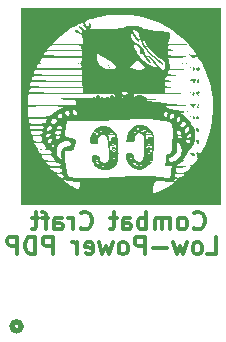
<source format=gbr>
%TF.GenerationSoftware,KiCad,Pcbnew,8.0.2*%
%TF.CreationDate,2024-07-10T14:47:37-04:00*%
%TF.ProjectId,Low-Power_PDP,4c6f772d-506f-4776-9572-5f5044502e6b,rev?*%
%TF.SameCoordinates,Original*%
%TF.FileFunction,Legend,Bot*%
%TF.FilePolarity,Positive*%
%FSLAX46Y46*%
G04 Gerber Fmt 4.6, Leading zero omitted, Abs format (unit mm)*
G04 Created by KiCad (PCBNEW 8.0.2) date 2024-07-10 14:47:37*
%MOMM*%
%LPD*%
G01*
G04 APERTURE LIST*
%ADD10C,0.300000*%
%ADD11C,0.508000*%
%ADD12C,0.000000*%
G04 APERTURE END LIST*
D10*
X94431203Y-57900828D02*
X95145489Y-57900828D01*
X95145489Y-57900828D02*
X95145489Y-56400828D01*
X93716917Y-57900828D02*
X93859774Y-57829400D01*
X93859774Y-57829400D02*
X93931203Y-57757971D01*
X93931203Y-57757971D02*
X94002631Y-57615114D01*
X94002631Y-57615114D02*
X94002631Y-57186542D01*
X94002631Y-57186542D02*
X93931203Y-57043685D01*
X93931203Y-57043685D02*
X93859774Y-56972257D01*
X93859774Y-56972257D02*
X93716917Y-56900828D01*
X93716917Y-56900828D02*
X93502631Y-56900828D01*
X93502631Y-56900828D02*
X93359774Y-56972257D01*
X93359774Y-56972257D02*
X93288346Y-57043685D01*
X93288346Y-57043685D02*
X93216917Y-57186542D01*
X93216917Y-57186542D02*
X93216917Y-57615114D01*
X93216917Y-57615114D02*
X93288346Y-57757971D01*
X93288346Y-57757971D02*
X93359774Y-57829400D01*
X93359774Y-57829400D02*
X93502631Y-57900828D01*
X93502631Y-57900828D02*
X93716917Y-57900828D01*
X92716917Y-56900828D02*
X92431203Y-57900828D01*
X92431203Y-57900828D02*
X92145488Y-57186542D01*
X92145488Y-57186542D02*
X91859774Y-57900828D01*
X91859774Y-57900828D02*
X91574060Y-56900828D01*
X91002631Y-57329400D02*
X89859774Y-57329400D01*
X89145488Y-57900828D02*
X89145488Y-56400828D01*
X89145488Y-56400828D02*
X88574059Y-56400828D01*
X88574059Y-56400828D02*
X88431202Y-56472257D01*
X88431202Y-56472257D02*
X88359773Y-56543685D01*
X88359773Y-56543685D02*
X88288345Y-56686542D01*
X88288345Y-56686542D02*
X88288345Y-56900828D01*
X88288345Y-56900828D02*
X88359773Y-57043685D01*
X88359773Y-57043685D02*
X88431202Y-57115114D01*
X88431202Y-57115114D02*
X88574059Y-57186542D01*
X88574059Y-57186542D02*
X89145488Y-57186542D01*
X87431202Y-57900828D02*
X87574059Y-57829400D01*
X87574059Y-57829400D02*
X87645488Y-57757971D01*
X87645488Y-57757971D02*
X87716916Y-57615114D01*
X87716916Y-57615114D02*
X87716916Y-57186542D01*
X87716916Y-57186542D02*
X87645488Y-57043685D01*
X87645488Y-57043685D02*
X87574059Y-56972257D01*
X87574059Y-56972257D02*
X87431202Y-56900828D01*
X87431202Y-56900828D02*
X87216916Y-56900828D01*
X87216916Y-56900828D02*
X87074059Y-56972257D01*
X87074059Y-56972257D02*
X87002631Y-57043685D01*
X87002631Y-57043685D02*
X86931202Y-57186542D01*
X86931202Y-57186542D02*
X86931202Y-57615114D01*
X86931202Y-57615114D02*
X87002631Y-57757971D01*
X87002631Y-57757971D02*
X87074059Y-57829400D01*
X87074059Y-57829400D02*
X87216916Y-57900828D01*
X87216916Y-57900828D02*
X87431202Y-57900828D01*
X86431202Y-56900828D02*
X86145488Y-57900828D01*
X86145488Y-57900828D02*
X85859773Y-57186542D01*
X85859773Y-57186542D02*
X85574059Y-57900828D01*
X85574059Y-57900828D02*
X85288345Y-56900828D01*
X84145487Y-57829400D02*
X84288344Y-57900828D01*
X84288344Y-57900828D02*
X84574059Y-57900828D01*
X84574059Y-57900828D02*
X84716916Y-57829400D01*
X84716916Y-57829400D02*
X84788344Y-57686542D01*
X84788344Y-57686542D02*
X84788344Y-57115114D01*
X84788344Y-57115114D02*
X84716916Y-56972257D01*
X84716916Y-56972257D02*
X84574059Y-56900828D01*
X84574059Y-56900828D02*
X84288344Y-56900828D01*
X84288344Y-56900828D02*
X84145487Y-56972257D01*
X84145487Y-56972257D02*
X84074059Y-57115114D01*
X84074059Y-57115114D02*
X84074059Y-57257971D01*
X84074059Y-57257971D02*
X84788344Y-57400828D01*
X83431202Y-57900828D02*
X83431202Y-56900828D01*
X83431202Y-57186542D02*
X83359773Y-57043685D01*
X83359773Y-57043685D02*
X83288345Y-56972257D01*
X83288345Y-56972257D02*
X83145487Y-56900828D01*
X83145487Y-56900828D02*
X83002630Y-56900828D01*
X81359774Y-57900828D02*
X81359774Y-56400828D01*
X81359774Y-56400828D02*
X80788345Y-56400828D01*
X80788345Y-56400828D02*
X80645488Y-56472257D01*
X80645488Y-56472257D02*
X80574059Y-56543685D01*
X80574059Y-56543685D02*
X80502631Y-56686542D01*
X80502631Y-56686542D02*
X80502631Y-56900828D01*
X80502631Y-56900828D02*
X80574059Y-57043685D01*
X80574059Y-57043685D02*
X80645488Y-57115114D01*
X80645488Y-57115114D02*
X80788345Y-57186542D01*
X80788345Y-57186542D02*
X81359774Y-57186542D01*
X79859774Y-57900828D02*
X79859774Y-56400828D01*
X79859774Y-56400828D02*
X79502631Y-56400828D01*
X79502631Y-56400828D02*
X79288345Y-56472257D01*
X79288345Y-56472257D02*
X79145488Y-56615114D01*
X79145488Y-56615114D02*
X79074059Y-56757971D01*
X79074059Y-56757971D02*
X79002631Y-57043685D01*
X79002631Y-57043685D02*
X79002631Y-57257971D01*
X79002631Y-57257971D02*
X79074059Y-57543685D01*
X79074059Y-57543685D02*
X79145488Y-57686542D01*
X79145488Y-57686542D02*
X79288345Y-57829400D01*
X79288345Y-57829400D02*
X79502631Y-57900828D01*
X79502631Y-57900828D02*
X79859774Y-57900828D01*
X78359774Y-57900828D02*
X78359774Y-56400828D01*
X78359774Y-56400828D02*
X77788345Y-56400828D01*
X77788345Y-56400828D02*
X77645488Y-56472257D01*
X77645488Y-56472257D02*
X77574059Y-56543685D01*
X77574059Y-56543685D02*
X77502631Y-56686542D01*
X77502631Y-56686542D02*
X77502631Y-56900828D01*
X77502631Y-56900828D02*
X77574059Y-57043685D01*
X77574059Y-57043685D02*
X77645488Y-57115114D01*
X77645488Y-57115114D02*
X77788345Y-57186542D01*
X77788345Y-57186542D02*
X78359774Y-57186542D01*
X93288346Y-55657971D02*
X93359774Y-55729400D01*
X93359774Y-55729400D02*
X93574060Y-55800828D01*
X93574060Y-55800828D02*
X93716917Y-55800828D01*
X93716917Y-55800828D02*
X93931203Y-55729400D01*
X93931203Y-55729400D02*
X94074060Y-55586542D01*
X94074060Y-55586542D02*
X94145489Y-55443685D01*
X94145489Y-55443685D02*
X94216917Y-55157971D01*
X94216917Y-55157971D02*
X94216917Y-54943685D01*
X94216917Y-54943685D02*
X94145489Y-54657971D01*
X94145489Y-54657971D02*
X94074060Y-54515114D01*
X94074060Y-54515114D02*
X93931203Y-54372257D01*
X93931203Y-54372257D02*
X93716917Y-54300828D01*
X93716917Y-54300828D02*
X93574060Y-54300828D01*
X93574060Y-54300828D02*
X93359774Y-54372257D01*
X93359774Y-54372257D02*
X93288346Y-54443685D01*
X92431203Y-55800828D02*
X92574060Y-55729400D01*
X92574060Y-55729400D02*
X92645489Y-55657971D01*
X92645489Y-55657971D02*
X92716917Y-55515114D01*
X92716917Y-55515114D02*
X92716917Y-55086542D01*
X92716917Y-55086542D02*
X92645489Y-54943685D01*
X92645489Y-54943685D02*
X92574060Y-54872257D01*
X92574060Y-54872257D02*
X92431203Y-54800828D01*
X92431203Y-54800828D02*
X92216917Y-54800828D01*
X92216917Y-54800828D02*
X92074060Y-54872257D01*
X92074060Y-54872257D02*
X92002632Y-54943685D01*
X92002632Y-54943685D02*
X91931203Y-55086542D01*
X91931203Y-55086542D02*
X91931203Y-55515114D01*
X91931203Y-55515114D02*
X92002632Y-55657971D01*
X92002632Y-55657971D02*
X92074060Y-55729400D01*
X92074060Y-55729400D02*
X92216917Y-55800828D01*
X92216917Y-55800828D02*
X92431203Y-55800828D01*
X91288346Y-55800828D02*
X91288346Y-54800828D01*
X91288346Y-54943685D02*
X91216917Y-54872257D01*
X91216917Y-54872257D02*
X91074060Y-54800828D01*
X91074060Y-54800828D02*
X90859774Y-54800828D01*
X90859774Y-54800828D02*
X90716917Y-54872257D01*
X90716917Y-54872257D02*
X90645489Y-55015114D01*
X90645489Y-55015114D02*
X90645489Y-55800828D01*
X90645489Y-55015114D02*
X90574060Y-54872257D01*
X90574060Y-54872257D02*
X90431203Y-54800828D01*
X90431203Y-54800828D02*
X90216917Y-54800828D01*
X90216917Y-54800828D02*
X90074060Y-54872257D01*
X90074060Y-54872257D02*
X90002631Y-55015114D01*
X90002631Y-55015114D02*
X90002631Y-55800828D01*
X89288346Y-55800828D02*
X89288346Y-54300828D01*
X89288346Y-54872257D02*
X89145489Y-54800828D01*
X89145489Y-54800828D02*
X88859774Y-54800828D01*
X88859774Y-54800828D02*
X88716917Y-54872257D01*
X88716917Y-54872257D02*
X88645489Y-54943685D01*
X88645489Y-54943685D02*
X88574060Y-55086542D01*
X88574060Y-55086542D02*
X88574060Y-55515114D01*
X88574060Y-55515114D02*
X88645489Y-55657971D01*
X88645489Y-55657971D02*
X88716917Y-55729400D01*
X88716917Y-55729400D02*
X88859774Y-55800828D01*
X88859774Y-55800828D02*
X89145489Y-55800828D01*
X89145489Y-55800828D02*
X89288346Y-55729400D01*
X87288346Y-55800828D02*
X87288346Y-55015114D01*
X87288346Y-55015114D02*
X87359774Y-54872257D01*
X87359774Y-54872257D02*
X87502631Y-54800828D01*
X87502631Y-54800828D02*
X87788346Y-54800828D01*
X87788346Y-54800828D02*
X87931203Y-54872257D01*
X87288346Y-55729400D02*
X87431203Y-55800828D01*
X87431203Y-55800828D02*
X87788346Y-55800828D01*
X87788346Y-55800828D02*
X87931203Y-55729400D01*
X87931203Y-55729400D02*
X88002631Y-55586542D01*
X88002631Y-55586542D02*
X88002631Y-55443685D01*
X88002631Y-55443685D02*
X87931203Y-55300828D01*
X87931203Y-55300828D02*
X87788346Y-55229400D01*
X87788346Y-55229400D02*
X87431203Y-55229400D01*
X87431203Y-55229400D02*
X87288346Y-55157971D01*
X86788345Y-54800828D02*
X86216917Y-54800828D01*
X86574060Y-54300828D02*
X86574060Y-55586542D01*
X86574060Y-55586542D02*
X86502631Y-55729400D01*
X86502631Y-55729400D02*
X86359774Y-55800828D01*
X86359774Y-55800828D02*
X86216917Y-55800828D01*
X83716917Y-55657971D02*
X83788345Y-55729400D01*
X83788345Y-55729400D02*
X84002631Y-55800828D01*
X84002631Y-55800828D02*
X84145488Y-55800828D01*
X84145488Y-55800828D02*
X84359774Y-55729400D01*
X84359774Y-55729400D02*
X84502631Y-55586542D01*
X84502631Y-55586542D02*
X84574060Y-55443685D01*
X84574060Y-55443685D02*
X84645488Y-55157971D01*
X84645488Y-55157971D02*
X84645488Y-54943685D01*
X84645488Y-54943685D02*
X84574060Y-54657971D01*
X84574060Y-54657971D02*
X84502631Y-54515114D01*
X84502631Y-54515114D02*
X84359774Y-54372257D01*
X84359774Y-54372257D02*
X84145488Y-54300828D01*
X84145488Y-54300828D02*
X84002631Y-54300828D01*
X84002631Y-54300828D02*
X83788345Y-54372257D01*
X83788345Y-54372257D02*
X83716917Y-54443685D01*
X83074060Y-55800828D02*
X83074060Y-54800828D01*
X83074060Y-55086542D02*
X83002631Y-54943685D01*
X83002631Y-54943685D02*
X82931203Y-54872257D01*
X82931203Y-54872257D02*
X82788345Y-54800828D01*
X82788345Y-54800828D02*
X82645488Y-54800828D01*
X81502632Y-55800828D02*
X81502632Y-55015114D01*
X81502632Y-55015114D02*
X81574060Y-54872257D01*
X81574060Y-54872257D02*
X81716917Y-54800828D01*
X81716917Y-54800828D02*
X82002632Y-54800828D01*
X82002632Y-54800828D02*
X82145489Y-54872257D01*
X81502632Y-55729400D02*
X81645489Y-55800828D01*
X81645489Y-55800828D02*
X82002632Y-55800828D01*
X82002632Y-55800828D02*
X82145489Y-55729400D01*
X82145489Y-55729400D02*
X82216917Y-55586542D01*
X82216917Y-55586542D02*
X82216917Y-55443685D01*
X82216917Y-55443685D02*
X82145489Y-55300828D01*
X82145489Y-55300828D02*
X82002632Y-55229400D01*
X82002632Y-55229400D02*
X81645489Y-55229400D01*
X81645489Y-55229400D02*
X81502632Y-55157971D01*
X81002631Y-54800828D02*
X80431203Y-54800828D01*
X80788346Y-55800828D02*
X80788346Y-54515114D01*
X80788346Y-54515114D02*
X80716917Y-54372257D01*
X80716917Y-54372257D02*
X80574060Y-54300828D01*
X80574060Y-54300828D02*
X80431203Y-54300828D01*
X80145488Y-54800828D02*
X79574060Y-54800828D01*
X79931203Y-54300828D02*
X79931203Y-55586542D01*
X79931203Y-55586542D02*
X79859774Y-55729400D01*
X79859774Y-55729400D02*
X79716917Y-55800828D01*
X79716917Y-55800828D02*
X79574060Y-55800828D01*
X88421427Y-44649757D02*
X88564285Y-44578328D01*
X88564285Y-44578328D02*
X88778570Y-44578328D01*
X88778570Y-44578328D02*
X88992856Y-44649757D01*
X88992856Y-44649757D02*
X89135713Y-44792614D01*
X89135713Y-44792614D02*
X89207142Y-44935471D01*
X89207142Y-44935471D02*
X89278570Y-45221185D01*
X89278570Y-45221185D02*
X89278570Y-45435471D01*
X89278570Y-45435471D02*
X89207142Y-45721185D01*
X89207142Y-45721185D02*
X89135713Y-45864042D01*
X89135713Y-45864042D02*
X88992856Y-46006900D01*
X88992856Y-46006900D02*
X88778570Y-46078328D01*
X88778570Y-46078328D02*
X88635713Y-46078328D01*
X88635713Y-46078328D02*
X88421427Y-46006900D01*
X88421427Y-46006900D02*
X88349999Y-45935471D01*
X88349999Y-45935471D02*
X88349999Y-45435471D01*
X88349999Y-45435471D02*
X88635713Y-45435471D01*
X87492856Y-44578328D02*
X87492856Y-44935471D01*
X87849999Y-44792614D02*
X87492856Y-44935471D01*
X87492856Y-44935471D02*
X87135713Y-44792614D01*
X87707142Y-45221185D02*
X87492856Y-44935471D01*
X87492856Y-44935471D02*
X87278570Y-45221185D01*
X86349999Y-44578328D02*
X86349999Y-44935471D01*
X86707142Y-44792614D02*
X86349999Y-44935471D01*
X86349999Y-44935471D02*
X85992856Y-44792614D01*
X86564285Y-45221185D02*
X86349999Y-44935471D01*
X86349999Y-44935471D02*
X86135713Y-45221185D01*
X85207142Y-44578328D02*
X85207142Y-44935471D01*
X85564285Y-44792614D02*
X85207142Y-44935471D01*
X85207142Y-44935471D02*
X84849999Y-44792614D01*
X85421428Y-45221185D02*
X85207142Y-44935471D01*
X85207142Y-44935471D02*
X84992856Y-45221185D01*
D11*
%TO.C,J1*%
X78677100Y-64002701D02*
G75*
G02*
X77915100Y-64002701I-381000J0D01*
G01*
X77915100Y-64002701D02*
G75*
G02*
X78677100Y-64002701I381000J0D01*
G01*
D12*
%TO.C,G\u002A\u002A\u002A*%
G36*
X83544000Y-41717000D02*
G01*
X83501666Y-41759334D01*
X83459333Y-41717000D01*
X83501666Y-41674667D01*
X83544000Y-41717000D01*
G37*
G36*
X86084000Y-41886334D02*
G01*
X86041666Y-41928667D01*
X85999333Y-41886334D01*
X86041666Y-41844000D01*
X86084000Y-41886334D01*
G37*
G36*
X86168666Y-42055667D02*
G01*
X86126333Y-42098000D01*
X86084000Y-42055667D01*
X86126333Y-42013334D01*
X86168666Y-42055667D01*
G37*
G36*
X92688000Y-41717000D02*
G01*
X92645666Y-41759334D01*
X92603333Y-41717000D01*
X92645666Y-41674667D01*
X92688000Y-41717000D01*
G37*
G36*
X92772666Y-45781000D02*
G01*
X92730333Y-45823334D01*
X92688000Y-45781000D01*
X92730333Y-45738667D01*
X92772666Y-45781000D01*
G37*
G36*
X80427208Y-48982830D02*
G01*
X80466398Y-49013305D01*
X80376055Y-49033983D01*
X80290181Y-49027996D01*
X80264930Y-48989514D01*
X80294884Y-48972736D01*
X80427208Y-48982830D01*
G37*
G36*
X92405778Y-41702889D02*
G01*
X92419023Y-41728355D01*
X92349333Y-41759334D01*
X92304511Y-41753223D01*
X92292889Y-41702889D01*
X92305298Y-41692756D01*
X92405778Y-41702889D01*
G37*
G36*
X93083111Y-42041556D02*
G01*
X93096357Y-42067022D01*
X93026666Y-42098000D01*
X92981844Y-42091890D01*
X92970222Y-42041556D01*
X92982631Y-42031423D01*
X93083111Y-42041556D01*
G37*
G36*
X93083111Y-46190222D02*
G01*
X93096357Y-46215689D01*
X93026666Y-46246667D01*
X92981844Y-46240557D01*
X92970222Y-46190222D01*
X92982631Y-46180089D01*
X93083111Y-46190222D01*
G37*
G36*
X89588092Y-47585841D02*
G01*
X89594188Y-47620415D01*
X89509275Y-47657778D01*
X89477991Y-47657275D01*
X89390877Y-47632115D01*
X89464816Y-47562616D01*
X89489919Y-47551498D01*
X89588092Y-47585841D01*
G37*
G36*
X92031833Y-41699581D02*
G01*
X92074724Y-41712782D01*
X92024454Y-41729668D01*
X91841333Y-41736273D01*
X91717085Y-41733804D01*
X91610711Y-41720519D01*
X91650833Y-41699581D01*
X91785116Y-41685574D01*
X92031833Y-41699581D01*
G37*
G36*
X93111333Y-44125003D02*
G01*
X93108080Y-44149579D01*
X93026666Y-44214667D01*
X93007506Y-44213696D01*
X92942000Y-44177330D01*
X92945896Y-44163749D01*
X93026666Y-44087667D01*
X93059463Y-44074437D01*
X93111333Y-44125003D01*
G37*
G36*
X93347749Y-46206807D02*
G01*
X93407256Y-46335746D01*
X93387722Y-46450056D01*
X93341576Y-46486226D01*
X93238259Y-46478313D01*
X93196000Y-46331334D01*
X93210152Y-46232992D01*
X93271608Y-46162000D01*
X93347749Y-46206807D01*
G37*
G36*
X93329877Y-42045086D02*
G01*
X93365333Y-42182667D01*
X93349457Y-42281088D01*
X93280666Y-42352000D01*
X93231456Y-42320247D01*
X93196000Y-42182667D01*
X93211876Y-42084246D01*
X93280666Y-42013334D01*
X93329877Y-42045086D01*
G37*
G36*
X93365333Y-44288967D02*
G01*
X93349126Y-44397282D01*
X93285663Y-44468667D01*
X93203501Y-44447129D01*
X93158850Y-44344089D01*
X93239265Y-44213893D01*
X93267596Y-44191321D01*
X93346653Y-44166749D01*
X93365333Y-44288967D01*
G37*
G36*
X93619658Y-46203117D02*
G01*
X93758868Y-46281910D01*
X93749815Y-46410367D01*
X93700211Y-46470492D01*
X93592998Y-46482731D01*
X93512488Y-46340334D01*
X93505184Y-46242391D01*
X93584829Y-46196772D01*
X93619658Y-46203117D01*
G37*
G36*
X93661666Y-45369382D02*
G01*
X93722461Y-45396798D01*
X93788666Y-45451392D01*
X93774629Y-45466552D01*
X93661666Y-45484667D01*
X93603283Y-45475428D01*
X93534666Y-45402657D01*
X93552645Y-45367623D01*
X93661666Y-45369382D01*
G37*
G36*
X93724237Y-45148460D02*
G01*
X93788666Y-45230667D01*
X93786206Y-45250904D01*
X93704000Y-45315334D01*
X93683762Y-45312873D01*
X93619333Y-45230667D01*
X93621793Y-45210429D01*
X93704000Y-45146000D01*
X93724237Y-45148460D01*
G37*
G36*
X93773369Y-43183760D02*
G01*
X93751060Y-43343879D01*
X93700297Y-43422721D01*
X93607784Y-43390318D01*
X93567938Y-43327441D01*
X93598843Y-43153621D01*
X93643123Y-43096534D01*
X93726174Y-43087293D01*
X93773369Y-43183760D01*
G37*
G36*
X93163197Y-49295178D02*
G01*
X93326380Y-49351802D01*
X93415995Y-49465215D01*
X93387722Y-49582723D01*
X93338964Y-49619649D01*
X93235408Y-49606633D01*
X93088645Y-49464000D01*
X93008301Y-49364168D01*
X93007204Y-49304725D01*
X93145437Y-49294667D01*
X93163197Y-49295178D01*
G37*
G36*
X93551072Y-47196967D02*
G01*
X93713593Y-47296342D01*
X93787370Y-47453167D01*
X93773716Y-47482303D01*
X93661666Y-47516667D01*
X93603790Y-47512751D01*
X93534666Y-47481258D01*
X93527566Y-47445064D01*
X93481946Y-47308463D01*
X93467319Y-47225886D01*
X93545446Y-47195704D01*
X93551072Y-47196967D01*
G37*
G36*
X93714598Y-48252537D02*
G01*
X93754800Y-48413615D01*
X93732462Y-48541823D01*
X93665900Y-48586995D01*
X93639491Y-48572083D01*
X93598166Y-48458584D01*
X93600235Y-48425631D01*
X93534666Y-48363334D01*
X93450280Y-48328998D01*
X93481065Y-48261650D01*
X93602400Y-48218555D01*
X93714598Y-48252537D01*
G37*
G36*
X93270976Y-45148790D02*
G01*
X93460682Y-45157911D01*
X93505837Y-45190632D01*
X93430149Y-45262898D01*
X93351447Y-45343399D01*
X93338427Y-45429538D01*
X93350766Y-45445172D01*
X93313594Y-45484667D01*
X93225223Y-45442780D01*
X93088645Y-45315334D01*
X93055368Y-45276041D01*
X92999184Y-45186306D01*
X93058547Y-45152550D01*
X93260329Y-45148693D01*
X93270976Y-45148790D01*
G37*
G36*
X93525383Y-42098000D02*
G01*
X93593488Y-42170939D01*
X93618037Y-42114170D01*
X93627381Y-42070613D01*
X93704000Y-42055667D01*
X93737066Y-42085848D01*
X93788666Y-42229997D01*
X93773973Y-42286788D01*
X93661666Y-42352000D01*
X93603790Y-42348085D01*
X93534666Y-42316592D01*
X93526468Y-42272013D01*
X93484346Y-42126092D01*
X93475212Y-42097394D01*
X93462410Y-42023646D01*
X93525383Y-42098000D01*
G37*
G36*
X82213534Y-41686010D02*
G01*
X82672009Y-41696233D01*
X82685970Y-41696773D01*
X82836596Y-41705546D01*
X82829815Y-41713185D01*
X82676891Y-41719230D01*
X82389087Y-41723219D01*
X81977666Y-41724690D01*
X81958497Y-41724689D01*
X81547951Y-41723197D01*
X81257883Y-41719159D01*
X81100505Y-41713039D01*
X81088031Y-41705302D01*
X81232676Y-41696410D01*
X81259805Y-41695341D01*
X81708032Y-41685717D01*
X82213534Y-41686010D01*
G37*
G36*
X93360140Y-43060708D02*
G01*
X93498913Y-43079346D01*
X93512271Y-43142285D01*
X93429634Y-43284482D01*
X93393671Y-43336468D01*
X93285535Y-43436790D01*
X93215884Y-43436399D01*
X93226228Y-43326682D01*
X93242335Y-43264079D01*
X93214120Y-43209709D01*
X93187897Y-43213010D01*
X93013925Y-43197930D01*
X92942000Y-43123975D01*
X92944600Y-43114166D01*
X93042575Y-43070699D01*
X93238333Y-43057180D01*
X93360140Y-43060708D01*
G37*
G36*
X86648837Y-49065465D02*
G01*
X86507333Y-49125334D01*
X86397868Y-49097504D01*
X86338000Y-48956000D01*
X86422666Y-48956000D01*
X86425127Y-48976238D01*
X86507333Y-49040667D01*
X86527571Y-49038207D01*
X86592000Y-48956000D01*
X86589540Y-48935763D01*
X86507333Y-48871334D01*
X86487096Y-48873794D01*
X86422666Y-48956000D01*
X86338000Y-48956000D01*
X86365829Y-48846535D01*
X86507333Y-48786667D01*
X86616798Y-48814496D01*
X86676666Y-48956000D01*
X86648837Y-49065465D01*
G37*
G36*
X93742949Y-44059662D02*
G01*
X93788666Y-44172334D01*
X93776625Y-44231137D01*
X93682833Y-44300630D01*
X93635112Y-44315539D01*
X93704000Y-44384000D01*
X93765863Y-44435820D01*
X93728145Y-44467370D01*
X93649764Y-44435879D01*
X93537645Y-44304900D01*
X93502398Y-44233610D01*
X93456272Y-44100525D01*
X93466822Y-44053874D01*
X93534666Y-44130000D01*
X93588766Y-44195241D01*
X93618037Y-44151167D01*
X93624459Y-44112305D01*
X93704000Y-44045334D01*
X93742949Y-44059662D01*
G37*
G36*
X86137700Y-47124575D02*
G01*
X86439224Y-47347334D01*
X86471462Y-47371151D01*
X86524053Y-47432000D01*
X86626285Y-47550285D01*
X86767538Y-47832864D01*
X86861406Y-48208497D01*
X86895716Y-48532667D01*
X86913607Y-48701702D01*
X86929499Y-49322889D01*
X86929860Y-49337000D01*
X86929359Y-49416302D01*
X86922506Y-49506334D01*
X86901490Y-49782425D01*
X86893367Y-49889136D01*
X86878525Y-49939203D01*
X86790472Y-50236242D01*
X86767124Y-50268334D01*
X86654192Y-50423556D01*
X86606609Y-50488958D01*
X86433029Y-50607000D01*
X86327713Y-50678619D01*
X86292409Y-50691667D01*
X86108241Y-50759734D01*
X85689566Y-50790402D01*
X85540369Y-50765304D01*
X85327127Y-50691667D01*
X85660666Y-50691667D01*
X85703000Y-50734000D01*
X85745333Y-50691667D01*
X85703000Y-50649334D01*
X85660666Y-50691667D01*
X85327127Y-50691667D01*
X85266529Y-50670741D01*
X85155506Y-50607000D01*
X85999333Y-50607000D01*
X86041666Y-50649334D01*
X86084000Y-50607000D01*
X86041666Y-50564667D01*
X85999333Y-50607000D01*
X85155506Y-50607000D01*
X85032448Y-50536350D01*
X84930383Y-50437667D01*
X84983333Y-50437667D01*
X85025666Y-50480000D01*
X85068000Y-50437667D01*
X85025666Y-50395334D01*
X84983333Y-50437667D01*
X84930383Y-50437667D01*
X84879733Y-50388696D01*
X84849987Y-50254342D01*
X84863306Y-50197786D01*
X84821902Y-50178783D01*
X84817491Y-50181309D01*
X84732760Y-50151819D01*
X84669510Y-49995647D01*
X84663908Y-49941022D01*
X84744310Y-49941022D01*
X84814000Y-49972000D01*
X84858822Y-49965890D01*
X84860819Y-49957242D01*
X84983333Y-49957242D01*
X84985610Y-49969007D01*
X85062975Y-50079987D01*
X85216166Y-50232408D01*
X85449000Y-50437667D01*
X85441245Y-50428847D01*
X85514264Y-50428847D01*
X85514664Y-50437667D01*
X85515575Y-50457749D01*
X85625389Y-50473316D01*
X85708612Y-50459758D01*
X85699453Y-50449022D01*
X85929643Y-50449022D01*
X85953795Y-50459758D01*
X85999333Y-50480000D01*
X86044155Y-50473890D01*
X86055778Y-50423556D01*
X86043368Y-50413423D01*
X85942889Y-50423556D01*
X85929643Y-50449022D01*
X85699453Y-50449022D01*
X85676541Y-50422163D01*
X85627581Y-50408636D01*
X85514264Y-50428847D01*
X85441245Y-50428847D01*
X85386097Y-50366122D01*
X86168666Y-50366122D01*
X86172879Y-50387910D01*
X86238261Y-50364814D01*
X86328793Y-50268334D01*
X86592000Y-50268334D01*
X86634333Y-50310667D01*
X86676666Y-50268334D01*
X86634333Y-50226000D01*
X86592000Y-50268334D01*
X86328793Y-50268334D01*
X86388378Y-50204834D01*
X86549666Y-50014334D01*
X86359166Y-50175622D01*
X86225764Y-50296977D01*
X86168666Y-50366122D01*
X85386097Y-50366122D01*
X85252308Y-50213953D01*
X85192523Y-50142555D01*
X85119616Y-50011113D01*
X85167642Y-49945470D01*
X85215582Y-49913967D01*
X85131500Y-49894018D01*
X85053019Y-49901161D01*
X85035132Y-49915556D01*
X84983333Y-49957242D01*
X84860819Y-49957242D01*
X84870444Y-49915556D01*
X84858035Y-49905423D01*
X84757555Y-49915556D01*
X84744310Y-49941022D01*
X84663908Y-49941022D01*
X84644666Y-49753409D01*
X84646041Y-49671314D01*
X84669205Y-49591000D01*
X84898666Y-49591000D01*
X84941000Y-49633334D01*
X84983333Y-49591000D01*
X84941000Y-49548667D01*
X84898666Y-49591000D01*
X84669205Y-49591000D01*
X84674764Y-49571724D01*
X84777644Y-49527486D01*
X85002110Y-49505737D01*
X85105493Y-49505953D01*
X85233533Y-49571579D01*
X85242633Y-49591000D01*
X85322060Y-49760515D01*
X85394079Y-49920692D01*
X85569610Y-50105091D01*
X85778583Y-50153022D01*
X85987210Y-50049789D01*
X86030425Y-50006979D01*
X86082723Y-49929667D01*
X86338000Y-49929667D01*
X86380333Y-49972000D01*
X86676666Y-49972000D01*
X86677637Y-49991161D01*
X86690502Y-50014334D01*
X86714003Y-50056667D01*
X86727584Y-50052771D01*
X86803666Y-49972000D01*
X86816896Y-49939203D01*
X86766330Y-49887334D01*
X86741754Y-49890587D01*
X86710510Y-49929667D01*
X86676666Y-49972000D01*
X86380333Y-49972000D01*
X86422666Y-49929667D01*
X86380333Y-49887334D01*
X86338000Y-49929667D01*
X86082723Y-49929667D01*
X86099034Y-49905555D01*
X86131593Y-49763712D01*
X86131743Y-49751514D01*
X86445597Y-49751514D01*
X86446908Y-49780416D01*
X86556722Y-49795983D01*
X86639945Y-49782425D01*
X86607875Y-49744830D01*
X86558914Y-49731303D01*
X86445597Y-49751514D01*
X86131743Y-49751514D01*
X86134360Y-49538773D01*
X86133112Y-49517689D01*
X86352976Y-49517689D01*
X86422666Y-49548667D01*
X86467489Y-49542557D01*
X86475853Y-49506334D01*
X86592000Y-49506334D01*
X86634333Y-49548667D01*
X86676666Y-49506334D01*
X86634333Y-49464000D01*
X86606112Y-49492222D01*
X86592000Y-49506334D01*
X86475853Y-49506334D01*
X86479111Y-49492222D01*
X86466702Y-49482089D01*
X86366222Y-49492222D01*
X86352976Y-49517689D01*
X86133112Y-49517689D01*
X86123086Y-49348355D01*
X86437643Y-49348355D01*
X86507333Y-49379334D01*
X86552155Y-49373223D01*
X86563778Y-49322889D01*
X86551368Y-49312756D01*
X86450889Y-49322889D01*
X86437643Y-49348355D01*
X86123086Y-49348355D01*
X86113595Y-49188060D01*
X86109778Y-49135053D01*
X86067435Y-48643770D01*
X86018980Y-48291608D01*
X85957568Y-48050897D01*
X85876351Y-47893968D01*
X85768486Y-47793152D01*
X85766058Y-47791542D01*
X85743029Y-47779883D01*
X86055175Y-47779883D01*
X86085779Y-47943324D01*
X86095010Y-47962458D01*
X86150103Y-48165439D01*
X86177106Y-48421267D01*
X86177922Y-48446575D01*
X86201984Y-48725147D01*
X86244077Y-48956000D01*
X86289825Y-49049438D01*
X86427983Y-49169055D01*
X86586241Y-49212099D01*
X86700918Y-49151342D01*
X86719689Y-49050687D01*
X86733289Y-48826261D01*
X86736893Y-48532667D01*
X86736101Y-48457538D01*
X86729328Y-48250831D01*
X86717221Y-48208559D01*
X86700225Y-48333143D01*
X86669505Y-48539435D01*
X86637914Y-48597091D01*
X86598703Y-48668655D01*
X86460573Y-48723569D01*
X86400752Y-48733643D01*
X86301578Y-48721778D01*
X86261076Y-48622748D01*
X86259148Y-48566181D01*
X86360930Y-48566181D01*
X86362241Y-48595083D01*
X86472055Y-48610649D01*
X86555278Y-48597091D01*
X86523208Y-48559497D01*
X86474247Y-48545969D01*
X86360930Y-48566181D01*
X86259148Y-48566181D01*
X86253333Y-48395539D01*
X86253410Y-48367097D01*
X86269116Y-48143711D01*
X86330726Y-48030667D01*
X86465000Y-47974768D01*
X86551931Y-47947879D01*
X86664904Y-47877397D01*
X86640060Y-47827215D01*
X86474924Y-47832714D01*
X86334243Y-47836992D01*
X86218663Y-47783066D01*
X86214472Y-47734612D01*
X86321627Y-47725180D01*
X86412752Y-47723442D01*
X86479111Y-47637432D01*
X86458913Y-47566987D01*
X86444329Y-47574234D01*
X86366222Y-47613045D01*
X86304523Y-47653928D01*
X86253333Y-47643667D01*
X86229524Y-47626541D01*
X86128112Y-47684524D01*
X86128086Y-47684558D01*
X86055175Y-47779883D01*
X85743029Y-47779883D01*
X85632040Y-47723692D01*
X85519539Y-47751778D01*
X85362423Y-47891880D01*
X85358088Y-47897667D01*
X85231230Y-48067000D01*
X85209528Y-48095969D01*
X85171896Y-48321000D01*
X85168030Y-48344121D01*
X85168748Y-48350336D01*
X85168224Y-48501017D01*
X85089330Y-48568265D01*
X84886602Y-48592149D01*
X84698933Y-48591489D01*
X84586860Y-48536173D01*
X84536498Y-48391128D01*
X84532316Y-48321000D01*
X84814000Y-48321000D01*
X84856333Y-48363334D01*
X84898666Y-48321000D01*
X84856333Y-48278667D01*
X84814000Y-48321000D01*
X84532316Y-48321000D01*
X84523480Y-48172845D01*
X84549072Y-48067000D01*
X84814000Y-48067000D01*
X84856333Y-48109334D01*
X84898666Y-48067000D01*
X84856333Y-48024667D01*
X84814000Y-48067000D01*
X84549072Y-48067000D01*
X84590015Y-47897667D01*
X85068000Y-47897667D01*
X85110333Y-47940000D01*
X85152666Y-47897667D01*
X85110333Y-47855334D01*
X85068000Y-47897667D01*
X84590015Y-47897667D01*
X84614121Y-47797969D01*
X84665266Y-47712549D01*
X84814000Y-47712549D01*
X84847437Y-47730331D01*
X84941208Y-47638682D01*
X84987232Y-47580586D01*
X85038928Y-47534498D01*
X85016816Y-47622500D01*
X85001683Y-47706285D01*
X85044830Y-47770667D01*
X85095251Y-47765598D01*
X85188807Y-47684558D01*
X85140698Y-47544580D01*
X85055925Y-47478284D01*
X84929766Y-47525990D01*
X84872435Y-47585525D01*
X84814000Y-47712549D01*
X84665266Y-47712549D01*
X84819622Y-47454751D01*
X84957004Y-47328444D01*
X85296067Y-47328444D01*
X85337210Y-47492661D01*
X85477442Y-47565094D01*
X85692200Y-47587784D01*
X85957000Y-47574234D01*
X85681833Y-47540086D01*
X85593745Y-47526134D01*
X85445730Y-47458497D01*
X85405370Y-47320802D01*
X85404746Y-47286063D01*
X85403378Y-47279825D01*
X86016744Y-47279825D01*
X86027927Y-47453167D01*
X86057326Y-47467529D01*
X86066133Y-47387965D01*
X86271422Y-47387965D01*
X86281555Y-47488445D01*
X86307022Y-47501690D01*
X86338000Y-47432000D01*
X86331890Y-47387178D01*
X86281555Y-47375556D01*
X86271422Y-47387965D01*
X86066133Y-47387965D01*
X86070631Y-47347334D01*
X86058829Y-47230864D01*
X86027927Y-47241500D01*
X86016744Y-47279825D01*
X85403378Y-47279825D01*
X85385152Y-47196686D01*
X85325546Y-47259827D01*
X85296067Y-47328444D01*
X84957004Y-47328444D01*
X85109116Y-47188595D01*
X85208241Y-47147022D01*
X85760310Y-47147022D01*
X85830000Y-47178000D01*
X85874822Y-47171890D01*
X85886444Y-47121556D01*
X85874035Y-47111423D01*
X85773555Y-47121556D01*
X85760310Y-47147022D01*
X85208241Y-47147022D01*
X85451738Y-47044900D01*
X85804294Y-47023260D01*
X86127765Y-47121556D01*
X86137700Y-47124575D01*
G37*
G36*
X89840759Y-47634843D02*
G01*
X89873183Y-47702813D01*
X89927403Y-47849297D01*
X89930555Y-47867074D01*
X89956998Y-48016211D01*
X89964080Y-48240589D01*
X89950760Y-48559461D01*
X89945725Y-48631208D01*
X89919150Y-49009859D01*
X89891581Y-49359091D01*
X89889117Y-49390297D01*
X89877455Y-49506334D01*
X89856253Y-49717306D01*
X89848879Y-49760334D01*
X89818240Y-49939117D01*
X89806936Y-49972000D01*
X89766227Y-50090423D01*
X89719012Y-50163261D01*
X89691363Y-50205914D01*
X89584795Y-50320282D01*
X89552545Y-50351020D01*
X89284478Y-50547804D01*
X89164409Y-50607000D01*
X88998404Y-50688843D01*
X88801243Y-50746587D01*
X88598908Y-50753448D01*
X88371155Y-50679834D01*
X88128914Y-50557496D01*
X88086526Y-50520632D01*
X88472756Y-50520632D01*
X88482889Y-50621111D01*
X88508355Y-50634357D01*
X88520515Y-50607000D01*
X88793333Y-50607000D01*
X88835666Y-50649334D01*
X88878000Y-50607000D01*
X88835666Y-50564667D01*
X88793333Y-50607000D01*
X88520515Y-50607000D01*
X88539333Y-50564667D01*
X88533223Y-50519845D01*
X88482889Y-50508222D01*
X88472756Y-50520632D01*
X88086526Y-50520632D01*
X87796140Y-50268090D01*
X87753802Y-50183667D01*
X87862000Y-50183667D01*
X87904333Y-50226000D01*
X87946666Y-50183667D01*
X87926013Y-50163014D01*
X88144092Y-50163014D01*
X88164494Y-50183667D01*
X88227223Y-50247167D01*
X88362080Y-50339259D01*
X88527546Y-50385512D01*
X88546979Y-50384054D01*
X88586565Y-50375131D01*
X88749139Y-50375131D01*
X88847453Y-50388056D01*
X88996533Y-50359811D01*
X89190110Y-50247167D01*
X89273264Y-50163261D01*
X89247236Y-50168375D01*
X89115036Y-50233597D01*
X88904579Y-50309264D01*
X88801948Y-50342124D01*
X88758759Y-50369118D01*
X88749139Y-50375131D01*
X88586565Y-50375131D01*
X88613241Y-50369118D01*
X88517130Y-50336771D01*
X88442919Y-50298833D01*
X88424378Y-50206511D01*
X88441609Y-50164229D01*
X88379373Y-50177874D01*
X88326519Y-50197696D01*
X88171801Y-50169789D01*
X88144092Y-50163014D01*
X87926013Y-50163014D01*
X87904333Y-50141334D01*
X87862000Y-50183667D01*
X87753802Y-50183667D01*
X87608343Y-49893621D01*
X87581112Y-49793316D01*
X87574233Y-49760334D01*
X87692666Y-49760334D01*
X87735000Y-49802667D01*
X87777333Y-49760334D01*
X87774993Y-49757994D01*
X87862000Y-49757994D01*
X87862338Y-49760334D01*
X87869036Y-49806688D01*
X87959748Y-49937752D01*
X88004250Y-49957795D01*
X88001554Y-49907647D01*
X87987682Y-49867913D01*
X88047691Y-49783103D01*
X88086967Y-49751707D01*
X88005886Y-49693862D01*
X87917469Y-49678195D01*
X87862000Y-49757994D01*
X87774993Y-49757994D01*
X87735000Y-49718000D01*
X87692666Y-49760334D01*
X87574233Y-49760334D01*
X87524755Y-49523107D01*
X87537673Y-49421667D01*
X87862000Y-49421667D01*
X87904333Y-49464000D01*
X87946666Y-49421667D01*
X87904333Y-49379334D01*
X87862000Y-49421667D01*
X87537673Y-49421667D01*
X87543925Y-49372578D01*
X87651910Y-49311036D01*
X87862000Y-49307790D01*
X88076751Y-49333055D01*
X88177455Y-49396188D01*
X88181985Y-49421667D01*
X88200666Y-49526735D01*
X88201002Y-49538315D01*
X88266686Y-49736952D01*
X88277398Y-49751707D01*
X88411767Y-49936797D01*
X88503530Y-50021839D01*
X88647071Y-50096208D01*
X88788051Y-50059494D01*
X88890661Y-49997969D01*
X88956443Y-49929667D01*
X89216666Y-49929667D01*
X89259000Y-49972000D01*
X89555333Y-49972000D01*
X89557793Y-49992238D01*
X89640000Y-50056667D01*
X89660237Y-50054207D01*
X89724666Y-49972000D01*
X89722206Y-49951763D01*
X89640000Y-49887334D01*
X89619762Y-49889794D01*
X89588512Y-49929667D01*
X89555333Y-49972000D01*
X89259000Y-49972000D01*
X89301333Y-49929667D01*
X89259000Y-49887334D01*
X89216666Y-49929667D01*
X88956443Y-49929667D01*
X88966613Y-49919108D01*
X89017547Y-49795238D01*
X89020808Y-49775993D01*
X89350471Y-49775993D01*
X89470666Y-49789298D01*
X89587136Y-49777496D01*
X89581229Y-49760334D01*
X89724666Y-49760334D01*
X89741828Y-49777496D01*
X89767000Y-49802667D01*
X89809333Y-49760334D01*
X89767000Y-49718000D01*
X89724666Y-49760334D01*
X89581229Y-49760334D01*
X89576500Y-49746594D01*
X89538175Y-49735411D01*
X89364833Y-49746594D01*
X89350471Y-49775993D01*
X89020808Y-49775993D01*
X89051420Y-49595312D01*
X89058598Y-49506334D01*
X89301333Y-49506334D01*
X89343666Y-49548667D01*
X89386000Y-49506334D01*
X89555333Y-49506334D01*
X89597666Y-49548667D01*
X89640000Y-49506334D01*
X89724666Y-49506334D01*
X89767000Y-49548667D01*
X89809333Y-49506334D01*
X89767000Y-49464000D01*
X89724666Y-49506334D01*
X89640000Y-49506334D01*
X89597666Y-49464000D01*
X89555333Y-49506334D01*
X89386000Y-49506334D01*
X89343666Y-49464000D01*
X89301333Y-49506334D01*
X89058598Y-49506334D01*
X89072970Y-49328181D01*
X89408930Y-49328181D01*
X89410241Y-49357083D01*
X89520055Y-49372649D01*
X89603278Y-49359091D01*
X89571208Y-49321497D01*
X89522247Y-49307969D01*
X89408930Y-49328181D01*
X89072970Y-49328181D01*
X89076189Y-49288284D01*
X89081987Y-49179022D01*
X89316310Y-49179022D01*
X89386000Y-49210000D01*
X89430822Y-49203890D01*
X89442444Y-49153556D01*
X89430035Y-49143423D01*
X89329555Y-49153556D01*
X89316310Y-49179022D01*
X89081987Y-49179022D01*
X89092147Y-48987534D01*
X89219241Y-48987534D01*
X89239582Y-49014587D01*
X89308115Y-48934834D01*
X89328589Y-48911965D01*
X89488756Y-48911965D01*
X89498889Y-49012445D01*
X89524355Y-49025690D01*
X89555333Y-48956000D01*
X89549223Y-48911178D01*
X89498889Y-48899556D01*
X89488756Y-48911965D01*
X89328589Y-48911965D01*
X89396209Y-48836437D01*
X89554153Y-48790783D01*
X89684625Y-48875042D01*
X89697781Y-48942805D01*
X89692201Y-48956000D01*
X89636922Y-49086709D01*
X89594253Y-49153556D01*
X89582757Y-49171567D01*
X89629633Y-49210000D01*
X89657343Y-49209094D01*
X89730633Y-49188834D01*
X89749565Y-49098981D01*
X89773263Y-48875273D01*
X89781080Y-48631208D01*
X89771968Y-48429657D01*
X89744881Y-48333494D01*
X89741361Y-48331579D01*
X89702677Y-48378015D01*
X89707423Y-48538230D01*
X89714198Y-48597091D01*
X89719154Y-48640153D01*
X89699380Y-48743740D01*
X89606358Y-48735953D01*
X89444551Y-48739458D01*
X89286588Y-48839251D01*
X89219241Y-48987534D01*
X89092147Y-48987534D01*
X89099811Y-48843106D01*
X89112519Y-48573944D01*
X89123416Y-48241363D01*
X89117845Y-48025111D01*
X89092701Y-47897667D01*
X89220376Y-47897667D01*
X89225763Y-47916113D01*
X89248933Y-48126810D01*
X89237267Y-48384500D01*
X89227540Y-48473138D01*
X89222005Y-48657595D01*
X89246933Y-48689015D01*
X89290028Y-48574874D01*
X89291716Y-48566181D01*
X89408930Y-48566181D01*
X89410241Y-48595083D01*
X89520055Y-48610649D01*
X89603278Y-48597091D01*
X89571208Y-48559497D01*
X89522247Y-48545969D01*
X89408930Y-48566181D01*
X89291716Y-48566181D01*
X89338994Y-48322647D01*
X89358953Y-48208308D01*
X89408368Y-48021616D01*
X89454441Y-47951673D01*
X89568175Y-47958077D01*
X89737089Y-47930014D01*
X89809333Y-47867074D01*
X89760157Y-47828891D01*
X89607591Y-47832714D01*
X89467253Y-47837671D01*
X89353188Y-47786072D01*
X89349578Y-47741519D01*
X89449097Y-47724800D01*
X89579856Y-47733303D01*
X89675288Y-47674939D01*
X89626949Y-47527231D01*
X89560522Y-47438180D01*
X89483123Y-47437084D01*
X89390173Y-47516667D01*
X89348528Y-47552323D01*
X89233791Y-47701266D01*
X89220376Y-47897667D01*
X89092701Y-47897667D01*
X89091630Y-47892240D01*
X89040592Y-47809802D01*
X88960552Y-47744849D01*
X88941820Y-47732298D01*
X88707439Y-47661705D01*
X88512088Y-47728334D01*
X88496417Y-47733679D01*
X88365088Y-47897667D01*
X88343974Y-47924032D01*
X88285333Y-48208575D01*
X88284555Y-48267091D01*
X88258152Y-48385919D01*
X88158567Y-48428715D01*
X87938128Y-48425226D01*
X87590924Y-48405667D01*
X87632485Y-48036161D01*
X87664620Y-47897667D01*
X87946666Y-47897667D01*
X87989000Y-47940000D01*
X88031333Y-47897667D01*
X87989000Y-47855334D01*
X87946666Y-47897667D01*
X87664620Y-47897667D01*
X87703910Y-47728334D01*
X88200666Y-47728334D01*
X88243000Y-47770667D01*
X88285333Y-47728334D01*
X88243000Y-47686000D01*
X88200666Y-47728334D01*
X87703910Y-47728334D01*
X87707208Y-47714119D01*
X87850449Y-47462617D01*
X88042998Y-47462617D01*
X88063207Y-47576763D01*
X88090627Y-47584551D01*
X88109969Y-47516667D01*
X88200666Y-47516667D01*
X88203127Y-47536904D01*
X88285333Y-47601334D01*
X88305571Y-47598873D01*
X88370000Y-47516667D01*
X88367540Y-47496429D01*
X88285333Y-47432000D01*
X88265096Y-47434460D01*
X88200666Y-47516667D01*
X88109969Y-47516667D01*
X88116000Y-47495500D01*
X88127604Y-47429970D01*
X88221833Y-47318740D01*
X88282353Y-47286893D01*
X88219176Y-47269351D01*
X88160559Y-47282451D01*
X88060550Y-47393318D01*
X88042998Y-47462617D01*
X87850449Y-47462617D01*
X87907754Y-47362000D01*
X88036887Y-47250301D01*
X88472775Y-47250301D01*
X88489910Y-47286893D01*
X88536355Y-47386079D01*
X88555341Y-47406009D01*
X88728644Y-47490979D01*
X88952421Y-47515498D01*
X89157048Y-47479764D01*
X89272899Y-47383976D01*
X89286074Y-47309572D01*
X89232646Y-47160113D01*
X89231927Y-47159396D01*
X89173584Y-47132414D01*
X89188945Y-47250471D01*
X89201898Y-47365300D01*
X89130153Y-47420063D01*
X88930208Y-47432000D01*
X88761899Y-47423521D01*
X88650576Y-47371249D01*
X88624000Y-47245734D01*
X88623895Y-47230115D01*
X88601051Y-47119409D01*
X88525988Y-47157479D01*
X88472775Y-47250301D01*
X88036887Y-47250301D01*
X88194265Y-47114171D01*
X88536013Y-46976217D01*
X88902266Y-46953722D01*
X89262295Y-47052272D01*
X89585369Y-47277450D01*
X89608323Y-47309572D01*
X89840759Y-47634843D01*
G37*
G36*
X95566666Y-51096437D02*
G01*
X95566666Y-51544772D01*
X95566666Y-53697334D01*
X87100000Y-53697334D01*
X78633333Y-53697334D01*
X78633333Y-52695015D01*
X89830265Y-52695015D01*
X89867704Y-52766000D01*
X89943651Y-52746100D01*
X90149520Y-52657985D01*
X90434427Y-52518300D01*
X90759248Y-52347762D01*
X91084859Y-52167089D01*
X91372135Y-51997001D01*
X91581951Y-51858216D01*
X91714222Y-51751678D01*
X91838643Y-51618415D01*
X91851752Y-51544772D01*
X91746590Y-51558080D01*
X91601658Y-51669462D01*
X91512796Y-51753582D01*
X91398773Y-51803501D01*
X91227924Y-51801925D01*
X90946061Y-51756006D01*
X90823130Y-51733599D01*
X90454187Y-51675628D01*
X90211916Y-51664731D01*
X90066089Y-51707743D01*
X90033666Y-51750000D01*
X89986480Y-51811499D01*
X89942860Y-51982834D01*
X89939641Y-52001477D01*
X89888780Y-52285940D01*
X89842044Y-52533167D01*
X89830265Y-52695015D01*
X78633333Y-52695015D01*
X78633333Y-51654298D01*
X82332381Y-51654298D01*
X82390292Y-51730636D01*
X82591230Y-51873365D01*
X82939295Y-52087383D01*
X83006055Y-52126810D01*
X83273263Y-52279648D01*
X83474374Y-52386882D01*
X83570091Y-52427334D01*
X83583190Y-52418739D01*
X83615665Y-52300811D01*
X83628666Y-52088667D01*
X83628666Y-51750000D01*
X83268833Y-51747980D01*
X83226076Y-51747280D01*
X82896073Y-51722005D01*
X82592097Y-51672365D01*
X82413399Y-51639450D01*
X82332381Y-51654298D01*
X78633333Y-51654298D01*
X78633333Y-51130564D01*
X81717398Y-51130564D01*
X81808333Y-51242000D01*
X81945361Y-51351877D01*
X82117789Y-51411334D01*
X82213286Y-51384741D01*
X82274000Y-51242000D01*
X82261582Y-51158002D01*
X82174249Y-51089905D01*
X81964544Y-51072667D01*
X81895740Y-51072815D01*
X81738047Y-51083369D01*
X81717398Y-51130564D01*
X78633333Y-51130564D01*
X78633333Y-50555067D01*
X81134797Y-50555067D01*
X81338157Y-50771533D01*
X81351604Y-50785602D01*
X81577160Y-50942884D01*
X81871314Y-50988000D01*
X81883355Y-50987988D01*
X82089534Y-50975501D01*
X82172011Y-50921080D01*
X82174055Y-50797500D01*
X82153246Y-50713372D01*
X82082691Y-50641030D01*
X81925730Y-50602528D01*
X81640898Y-50581033D01*
X81134797Y-50555067D01*
X78633333Y-50555067D01*
X78633333Y-50129229D01*
X80804930Y-50129229D01*
X80854315Y-50226000D01*
X80904567Y-50290476D01*
X81018250Y-50356052D01*
X81212856Y-50387344D01*
X81532366Y-50395334D01*
X81539039Y-50395329D01*
X81824227Y-50385329D01*
X82027294Y-50359835D01*
X82104666Y-50324257D01*
X82036990Y-50229702D01*
X81838432Y-50141734D01*
X81549461Y-50079974D01*
X81210965Y-50056667D01*
X80972695Y-50059570D01*
X80833860Y-50078752D01*
X80804930Y-50129229D01*
X78633333Y-50129229D01*
X78633333Y-49539895D01*
X80411333Y-49539895D01*
X80445266Y-49625590D01*
X80543134Y-49783828D01*
X80555351Y-49800767D01*
X80670797Y-49907577D01*
X80844695Y-49958814D01*
X81131863Y-49972000D01*
X81588791Y-49972000D01*
X81455154Y-49739167D01*
X81411469Y-49668591D01*
X81304795Y-49562393D01*
X81141927Y-49512402D01*
X80866426Y-49495234D01*
X80684490Y-49495473D01*
X80487755Y-49510925D01*
X80411333Y-49539895D01*
X78633333Y-49539895D01*
X78633333Y-48448000D01*
X79814318Y-48448000D01*
X79961110Y-48723167D01*
X79982455Y-48763410D01*
X80075396Y-48944956D01*
X80118763Y-49040667D01*
X80134851Y-49086682D01*
X80194871Y-49231167D01*
X80213436Y-49265066D01*
X80306763Y-49334992D01*
X80489559Y-49369859D01*
X80801392Y-49379334D01*
X81063836Y-49372496D01*
X81265490Y-49352956D01*
X81342666Y-49325167D01*
X81334766Y-49292542D01*
X81681333Y-49292542D01*
X81689663Y-49325167D01*
X81732567Y-49493193D01*
X81905014Y-49724408D01*
X82128695Y-49929667D01*
X82078749Y-49606490D01*
X82074102Y-49572052D01*
X82072979Y-49298961D01*
X82123583Y-49075293D01*
X82158167Y-49008387D01*
X82262469Y-48896558D01*
X82439994Y-48824360D01*
X82738694Y-48767824D01*
X82838500Y-48726076D01*
X82937525Y-48584173D01*
X82940537Y-48501742D01*
X82851610Y-48357780D01*
X82658605Y-48287910D01*
X82398842Y-48300294D01*
X82109641Y-48403094D01*
X82027174Y-48477109D01*
X81890331Y-48599926D01*
X81737531Y-48913892D01*
X81681333Y-49292542D01*
X81334766Y-49292542D01*
X81334163Y-49290052D01*
X81219471Y-49176455D01*
X81018498Y-49079527D01*
X80792333Y-49031829D01*
X80687127Y-49024292D01*
X80628979Y-49007611D01*
X80727175Y-48981132D01*
X80916017Y-48944657D01*
X80733230Y-48697426D01*
X81275407Y-48697426D01*
X81325128Y-48802995D01*
X81392040Y-48855284D01*
X81427333Y-48810525D01*
X81435135Y-48739543D01*
X81481687Y-48560758D01*
X81508619Y-48477109D01*
X81490854Y-48454993D01*
X81379482Y-48553229D01*
X81360927Y-48571096D01*
X81275407Y-48697426D01*
X80733230Y-48697426D01*
X80732419Y-48696329D01*
X80608715Y-48555108D01*
X80439977Y-48468999D01*
X80181570Y-48448000D01*
X79814318Y-48448000D01*
X78633333Y-48448000D01*
X78633333Y-47981817D01*
X79662327Y-47981817D01*
X79702697Y-48172834D01*
X79703047Y-48174135D01*
X79762363Y-48294396D01*
X79887834Y-48349887D01*
X80130498Y-48363334D01*
X80265789Y-48362123D01*
X80272253Y-48361316D01*
X80919333Y-48361316D01*
X80920432Y-48375219D01*
X80992684Y-48483340D01*
X80994570Y-48484428D01*
X81093257Y-48461464D01*
X81217779Y-48358733D01*
X81312347Y-48233814D01*
X81321177Y-48144288D01*
X81267949Y-48131344D01*
X81126148Y-48176455D01*
X80984006Y-48267121D01*
X80979207Y-48274110D01*
X80919333Y-48361316D01*
X80272253Y-48361316D01*
X80428160Y-48341851D01*
X80485487Y-48274110D01*
X80480457Y-48130500D01*
X80470034Y-48058864D01*
X80420463Y-47949603D01*
X80296830Y-47896842D01*
X80051500Y-47871861D01*
X79840673Y-47862677D01*
X79697154Y-47888066D01*
X79662327Y-47981817D01*
X78633333Y-47981817D01*
X78633333Y-47857977D01*
X80792333Y-47857977D01*
X80815798Y-47946262D01*
X80925848Y-47997927D01*
X81070675Y-47924125D01*
X81080628Y-47913661D01*
X81604521Y-47913661D01*
X81648058Y-48060075D01*
X81677991Y-48124304D01*
X81709109Y-48144288D01*
X81775947Y-48187212D01*
X81918400Y-48092400D01*
X82003142Y-47982934D01*
X81989382Y-47913553D01*
X82360894Y-47913553D01*
X82670922Y-47982934D01*
X82830903Y-48018736D01*
X83029102Y-48071811D01*
X83242375Y-48154644D01*
X83341483Y-48229648D01*
X83345617Y-48296399D01*
X83308200Y-48495579D01*
X83306254Y-48501742D01*
X83227388Y-48751521D01*
X83145435Y-48959988D01*
X83056887Y-49102359D01*
X82936685Y-49158088D01*
X82737125Y-49167667D01*
X82401528Y-49167667D01*
X82426860Y-49760334D01*
X82434358Y-49914032D01*
X82439417Y-49972000D01*
X82470157Y-50324257D01*
X82486281Y-50509027D01*
X82539157Y-50797500D01*
X82567474Y-50951986D01*
X82676702Y-51237792D01*
X82681336Y-51242000D01*
X82812731Y-51361324D01*
X82913996Y-51382694D01*
X83229211Y-51419810D01*
X83654527Y-51446975D01*
X84150202Y-51463569D01*
X84676496Y-51468968D01*
X85193666Y-51462554D01*
X85661970Y-51443704D01*
X86041666Y-51411796D01*
X86178303Y-51396730D01*
X86622876Y-51357843D01*
X87159351Y-51321320D01*
X87732060Y-51290692D01*
X88285333Y-51269490D01*
X88353348Y-51267583D01*
X89193991Y-51259586D01*
X89892317Y-51285562D01*
X90470445Y-51346287D01*
X90667235Y-51374009D01*
X90977380Y-51410056D01*
X91196872Y-51425285D01*
X91287484Y-51416414D01*
X91305612Y-51349543D01*
X91324208Y-51242000D01*
X91672000Y-51242000D01*
X91679179Y-51309814D01*
X91756530Y-51390415D01*
X91955211Y-51411334D01*
X92162914Y-51380278D01*
X92391666Y-51242000D01*
X92468074Y-51151036D01*
X92471284Y-51096437D01*
X92360661Y-51075844D01*
X92108455Y-51072667D01*
X91989774Y-51073693D01*
X91785803Y-51090854D01*
X91693593Y-51141635D01*
X91672000Y-51242000D01*
X91324208Y-51242000D01*
X91339574Y-51153135D01*
X91376961Y-50882167D01*
X91437511Y-50395334D01*
X91169530Y-50395334D01*
X90901549Y-50395334D01*
X90926941Y-49909323D01*
X90928300Y-49887334D01*
X91164000Y-49887334D01*
X91164860Y-49913742D01*
X91221597Y-50024562D01*
X91396833Y-50050937D01*
X91714439Y-49989109D01*
X92008080Y-49791097D01*
X92197510Y-49477109D01*
X92264666Y-49067609D01*
X92246560Y-48883905D01*
X92216563Y-48786667D01*
X92603333Y-48786667D01*
X92604304Y-48805828D01*
X92640670Y-48871334D01*
X92654251Y-48867437D01*
X92730333Y-48786667D01*
X92743563Y-48753870D01*
X92692997Y-48702000D01*
X92668421Y-48705254D01*
X92603333Y-48786667D01*
X92216563Y-48786667D01*
X92168271Y-48630120D01*
X92051550Y-48438886D01*
X91922231Y-48363334D01*
X91890945Y-48407487D01*
X91865333Y-48579238D01*
X91863532Y-48836235D01*
X91868536Y-49014633D01*
X91851335Y-49230404D01*
X91783873Y-49375907D01*
X91646112Y-49513568D01*
X91616142Y-49538571D01*
X91427839Y-49666070D01*
X91286279Y-49718000D01*
X91214902Y-49750057D01*
X91164000Y-49887334D01*
X90928300Y-49887334D01*
X90935022Y-49778541D01*
X90965316Y-49551840D01*
X91022362Y-49436790D01*
X91121666Y-49392212D01*
X91191775Y-49377747D01*
X91315679Y-49331522D01*
X91401496Y-49244794D01*
X91456165Y-49091804D01*
X91486625Y-48846794D01*
X91499812Y-48484003D01*
X91500910Y-48289177D01*
X92609801Y-48289177D01*
X92704933Y-48431067D01*
X92764646Y-48484576D01*
X92887739Y-48521054D01*
X92975275Y-48398742D01*
X93017268Y-48269931D01*
X92981639Y-48204842D01*
X92815000Y-48194000D01*
X92671595Y-48210885D01*
X92609801Y-48289177D01*
X91500910Y-48289177D01*
X91502666Y-47977672D01*
X91502696Y-47966748D01*
X91936834Y-47966748D01*
X92059925Y-48057942D01*
X92164976Y-48094939D01*
X92248761Y-48089410D01*
X92264666Y-47982334D01*
X92251955Y-47952381D01*
X92653318Y-47952381D01*
X92664441Y-47967410D01*
X92700877Y-47982334D01*
X92801299Y-48023467D01*
X92971136Y-47994835D01*
X93082117Y-47894015D01*
X93101122Y-47825503D01*
X93090401Y-47721512D01*
X93081362Y-47715060D01*
X92970040Y-47722214D01*
X92962225Y-47725563D01*
X92816126Y-47788168D01*
X92687819Y-47876898D01*
X92653318Y-47952381D01*
X92251955Y-47952381D01*
X92233237Y-47908273D01*
X92095333Y-47855334D01*
X91966900Y-47882827D01*
X91936834Y-47966748D01*
X91502696Y-47966748D01*
X91503179Y-47788826D01*
X91503809Y-47601334D01*
X91841333Y-47601334D01*
X91888507Y-47732146D01*
X92055979Y-47770667D01*
X92147255Y-47767487D01*
X92224911Y-47725563D01*
X92180000Y-47601334D01*
X92100100Y-47499224D01*
X92076512Y-47487456D01*
X92518666Y-47487456D01*
X92530694Y-47558181D01*
X92624032Y-47591221D01*
X92812574Y-47486577D01*
X92899139Y-47395373D01*
X92911658Y-47221052D01*
X92873465Y-47136453D01*
X92811672Y-47120628D01*
X92686235Y-47221931D01*
X92576689Y-47348949D01*
X92573178Y-47357331D01*
X92518666Y-47487456D01*
X92076512Y-47487456D01*
X91965354Y-47432000D01*
X91892944Y-47464074D01*
X91841333Y-47601334D01*
X91503809Y-47601334D01*
X91504628Y-47357331D01*
X91491717Y-47058090D01*
X91464255Y-46941077D01*
X92163891Y-46941077D01*
X92196329Y-47070675D01*
X92291249Y-47157392D01*
X92406438Y-47149474D01*
X92563385Y-47006031D01*
X92649349Y-46903036D01*
X92668908Y-46805028D01*
X92572468Y-46688531D01*
X92471162Y-46602839D01*
X92385219Y-46614900D01*
X92266589Y-46753175D01*
X92263670Y-46757039D01*
X92163891Y-46941077D01*
X91464255Y-46941077D01*
X91446149Y-46863928D01*
X91349626Y-46747671D01*
X91183847Y-46682145D01*
X90930516Y-46640175D01*
X90571333Y-46594587D01*
X90388546Y-46570532D01*
X90179195Y-46547997D01*
X91841333Y-46547997D01*
X91841814Y-46573957D01*
X91885147Y-46727613D01*
X91980090Y-46729337D01*
X92100198Y-46576244D01*
X92145761Y-46459716D01*
X92110554Y-46312688D01*
X91985831Y-46265029D01*
X91883483Y-46353437D01*
X91841333Y-46547997D01*
X90179195Y-46547997D01*
X89600334Y-46485687D01*
X88896009Y-46447977D01*
X88211066Y-46455566D01*
X87481000Y-46506618D01*
X87430049Y-46511202D01*
X86979826Y-46542831D01*
X86413190Y-46571100D01*
X85776573Y-46594279D01*
X85457185Y-46602194D01*
X85116410Y-46610639D01*
X84479132Y-46618450D01*
X82577931Y-46627667D01*
X82545188Y-46797000D01*
X82520631Y-46924000D01*
X82514868Y-46954187D01*
X82474975Y-47180216D01*
X82461635Y-47255802D01*
X82426040Y-47479442D01*
X82412113Y-47566943D01*
X82360894Y-47913553D01*
X81989382Y-47913553D01*
X81984168Y-47887265D01*
X81808333Y-47855334D01*
X81660515Y-47861708D01*
X81604521Y-47913661D01*
X81080628Y-47913661D01*
X81092779Y-47900887D01*
X81176699Y-47751787D01*
X81135526Y-47664531D01*
X80982833Y-47677261D01*
X80862566Y-47746660D01*
X80792333Y-47857977D01*
X78633333Y-47857977D01*
X78633333Y-47491435D01*
X79509268Y-47491435D01*
X79513275Y-47565925D01*
X79538328Y-47635734D01*
X79564666Y-47735258D01*
X79576529Y-47746721D01*
X79699470Y-47765885D01*
X79907524Y-47770767D01*
X80140411Y-47762818D01*
X80337849Y-47743487D01*
X80439555Y-47714222D01*
X80458391Y-47688885D01*
X80475729Y-47622500D01*
X81527652Y-47622500D01*
X81531097Y-47675887D01*
X81620262Y-47751787D01*
X81624987Y-47755809D01*
X81786123Y-47777085D01*
X81950290Y-47737976D01*
X82053275Y-47636742D01*
X82065421Y-47604659D01*
X82095058Y-47479442D01*
X82028612Y-47437289D01*
X81830193Y-47447802D01*
X81634276Y-47496433D01*
X81593293Y-47544889D01*
X81527652Y-47622500D01*
X80475729Y-47622500D01*
X80496000Y-47544889D01*
X80453588Y-47483616D01*
X80288962Y-47444088D01*
X79978941Y-47432000D01*
X79790714Y-47434040D01*
X79591057Y-47450548D01*
X79509268Y-47491435D01*
X78633333Y-47491435D01*
X78633333Y-47393651D01*
X80834666Y-47393651D01*
X80872676Y-47437511D01*
X80998608Y-47431570D01*
X81147149Y-47372476D01*
X81249084Y-47279326D01*
X81274644Y-47176841D01*
X81723666Y-47176841D01*
X81773986Y-47279617D01*
X81910561Y-47336720D01*
X82045295Y-47293816D01*
X82109558Y-47180216D01*
X82068261Y-47059036D01*
X81914166Y-47023945D01*
X81795738Y-47068217D01*
X81743126Y-47147511D01*
X81723666Y-47176841D01*
X81274644Y-47176841D01*
X81281959Y-47147511D01*
X81178231Y-47031374D01*
X81122341Y-47000581D01*
X81019096Y-47003719D01*
X80940870Y-47128611D01*
X80930167Y-47145699D01*
X80865991Y-47296563D01*
X80834666Y-47393651D01*
X78633333Y-47393651D01*
X78633333Y-47156834D01*
X79411621Y-47156834D01*
X79417162Y-47179130D01*
X79480781Y-47256966D01*
X79634678Y-47295904D01*
X79918021Y-47307603D01*
X79969127Y-47307808D01*
X80286411Y-47301801D01*
X80471991Y-47275904D01*
X80559024Y-47221159D01*
X80580666Y-47128611D01*
X80575099Y-47099795D01*
X80498738Y-47045379D01*
X80310428Y-47016898D01*
X79981792Y-47008667D01*
X79976290Y-47008668D01*
X79665228Y-47013677D01*
X79489616Y-47034275D01*
X79416173Y-47079112D01*
X79411621Y-47156834D01*
X78633333Y-47156834D01*
X78633333Y-46627667D01*
X79310666Y-46627667D01*
X79316287Y-46725574D01*
X79355858Y-46790562D01*
X79463229Y-46824421D01*
X79672242Y-46837296D01*
X80016743Y-46839334D01*
X80284604Y-46837923D01*
X80533019Y-46826310D01*
X80679109Y-46794208D01*
X80761610Y-46731399D01*
X80786141Y-46687260D01*
X81223905Y-46687260D01*
X81267091Y-46807955D01*
X81351000Y-46891041D01*
X81469532Y-46905062D01*
X81594866Y-46797000D01*
X82104666Y-46797000D01*
X82147000Y-46839334D01*
X82189333Y-46797000D01*
X82147000Y-46754667D01*
X82104666Y-46797000D01*
X81594866Y-46797000D01*
X81619415Y-46775834D01*
X81668288Y-46717999D01*
X81708014Y-46602194D01*
X81627047Y-46458334D01*
X81625298Y-46455983D01*
X81531713Y-46347192D01*
X81455957Y-46356398D01*
X81402580Y-46416000D01*
X81335901Y-46490455D01*
X81303337Y-46531653D01*
X81223905Y-46687260D01*
X80786141Y-46687260D01*
X80819261Y-46627667D01*
X80915703Y-46416000D01*
X80113185Y-46416000D01*
X79980033Y-46416051D01*
X79654383Y-46419301D01*
X79456376Y-46433713D01*
X79354257Y-46467661D01*
X79316272Y-46529520D01*
X79310666Y-46627667D01*
X78633333Y-46627667D01*
X78633333Y-46276757D01*
X81791919Y-46276757D01*
X81897461Y-46392401D01*
X82046467Y-46402064D01*
X82111665Y-46338258D01*
X91248666Y-46338258D01*
X91272612Y-46390357D01*
X91386162Y-46416117D01*
X91527117Y-46375983D01*
X91620883Y-46281360D01*
X91639274Y-46217772D01*
X91610571Y-46055843D01*
X91464395Y-45992667D01*
X91402220Y-46011445D01*
X91294284Y-46141873D01*
X91248666Y-46338258D01*
X82111665Y-46338258D01*
X82156742Y-46294143D01*
X82170026Y-46218054D01*
X82129082Y-46039303D01*
X82108063Y-46004350D01*
X82027871Y-45950902D01*
X81896574Y-46021917D01*
X81810794Y-46113525D01*
X81791919Y-46276757D01*
X78633333Y-46276757D01*
X78633333Y-45408281D01*
X79226000Y-45408281D01*
X79226000Y-45827474D01*
X79226000Y-46246667D01*
X80136166Y-46243622D01*
X80234318Y-46243212D01*
X80613454Y-46237534D01*
X80870531Y-46220369D01*
X81044640Y-46184453D01*
X81174877Y-46122521D01*
X81300333Y-46027310D01*
X81402895Y-45950334D01*
X82401000Y-45950334D01*
X82432216Y-46062612D01*
X82591500Y-46146722D01*
X82649433Y-46152387D01*
X82755889Y-46112104D01*
X82782000Y-45950334D01*
X82779815Y-45882692D01*
X82773009Y-45865667D01*
X83036000Y-45865667D01*
X83036487Y-45894433D01*
X83054381Y-45950334D01*
X83082877Y-46039357D01*
X83235926Y-46077334D01*
X83300919Y-46074767D01*
X83399840Y-46023001D01*
X83399729Y-46019062D01*
X90772762Y-46019062D01*
X90773153Y-46023001D01*
X90787722Y-46169641D01*
X90816533Y-46207366D01*
X90847896Y-46218054D01*
X90932508Y-46246888D01*
X91035120Y-46160780D01*
X91079333Y-45978556D01*
X91059747Y-45893157D01*
X90961392Y-45823334D01*
X90852480Y-45875018D01*
X90772762Y-46019062D01*
X83399729Y-46019062D01*
X83395389Y-45865667D01*
X83341192Y-45729143D01*
X83195463Y-45654000D01*
X83077645Y-45697615D01*
X83036000Y-45865667D01*
X82773009Y-45865667D01*
X82732581Y-45764534D01*
X82591500Y-45753945D01*
X82470174Y-45798924D01*
X82401000Y-45950334D01*
X81402895Y-45950334D01*
X81519682Y-45862682D01*
X81826200Y-45674918D01*
X82116651Y-45534730D01*
X82334127Y-45472652D01*
X82370554Y-45469491D01*
X82467630Y-45452105D01*
X82423513Y-45434264D01*
X82261836Y-45417134D01*
X82006230Y-45401881D01*
X81680328Y-45389673D01*
X81307762Y-45381674D01*
X80912164Y-45379052D01*
X80517166Y-45382974D01*
X79226000Y-45408281D01*
X78633333Y-45408281D01*
X78633333Y-45357667D01*
X82612666Y-45357667D01*
X82655000Y-45400000D01*
X82697333Y-45357667D01*
X82655000Y-45315334D01*
X82612666Y-45357667D01*
X78633333Y-45357667D01*
X78633333Y-45230667D01*
X79226000Y-45230667D01*
X81288592Y-45230667D01*
X83351185Y-45230667D01*
X83310722Y-45019000D01*
X83270259Y-44807334D01*
X81269296Y-44791280D01*
X79268333Y-44775227D01*
X81723666Y-44718384D01*
X82355303Y-44704272D01*
X83080391Y-44689165D01*
X83788185Y-44675457D01*
X84440688Y-44663853D01*
X84999902Y-44655056D01*
X85427833Y-44649770D01*
X85600960Y-44648056D01*
X86035273Y-44641646D01*
X86135093Y-44638000D01*
X87184666Y-44638000D01*
X87184686Y-44639054D01*
X87260325Y-44698143D01*
X87438666Y-44722667D01*
X87441827Y-44722660D01*
X87619094Y-44697447D01*
X87692666Y-44638000D01*
X87692647Y-44636947D01*
X87617008Y-44577858D01*
X87438666Y-44553334D01*
X87435506Y-44553340D01*
X87258239Y-44578553D01*
X87184666Y-44638000D01*
X86135093Y-44638000D01*
X86333774Y-44630743D01*
X86521815Y-44611670D01*
X86624743Y-44580750D01*
X86667911Y-44534308D01*
X86676666Y-44468667D01*
X86676564Y-44458558D01*
X86670010Y-44419524D01*
X86642497Y-44387454D01*
X86579187Y-44361663D01*
X86465243Y-44341468D01*
X86285828Y-44326186D01*
X86026104Y-44315131D01*
X85671233Y-44307620D01*
X85206379Y-44302968D01*
X84616704Y-44300493D01*
X83887371Y-44299509D01*
X83003541Y-44299334D01*
X79330416Y-44299334D01*
X79279364Y-44489834D01*
X79244048Y-44695734D01*
X79227156Y-44955500D01*
X79226000Y-45230667D01*
X78633333Y-45230667D01*
X78633333Y-44257000D01*
X87184666Y-44257000D01*
X87237014Y-44346136D01*
X87438666Y-44384000D01*
X87616938Y-44357826D01*
X87692666Y-44257000D01*
X87640319Y-44167864D01*
X87438666Y-44130000D01*
X87260395Y-44156174D01*
X87251412Y-44168134D01*
X87184666Y-44257000D01*
X78633333Y-44257000D01*
X78633333Y-44136925D01*
X79310666Y-44136925D01*
X79365297Y-44155156D01*
X79571989Y-44174984D01*
X79916067Y-44191448D01*
X80379935Y-44203948D01*
X80946000Y-44211887D01*
X81596666Y-44214667D01*
X83882666Y-44214667D01*
X83882666Y-44172725D01*
X85618272Y-44172725D01*
X85744938Y-44182524D01*
X85999333Y-44186201D01*
X86102938Y-44185715D01*
X86314113Y-44179658D01*
X86391301Y-44168134D01*
X86316833Y-44152990D01*
X85999751Y-44139290D01*
X85681833Y-44152990D01*
X85637004Y-44158652D01*
X85618272Y-44172725D01*
X83882666Y-44172725D01*
X83882666Y-44003000D01*
X83882666Y-43791334D01*
X81648058Y-43791334D01*
X81597833Y-43791334D01*
X80919342Y-43791943D01*
X80390357Y-43795581D01*
X79992270Y-43804998D01*
X79706475Y-43822946D01*
X79514367Y-43852175D01*
X79397338Y-43895436D01*
X79336783Y-43955481D01*
X79314095Y-44035060D01*
X79310666Y-44136925D01*
X78633333Y-44136925D01*
X78633333Y-43612279D01*
X79426848Y-43612279D01*
X79468170Y-43643866D01*
X79570941Y-43667601D01*
X79753141Y-43684574D01*
X80032751Y-43695876D01*
X80427748Y-43702598D01*
X80956115Y-43705831D01*
X81635830Y-43706667D01*
X83894444Y-43706667D01*
X83867388Y-43516167D01*
X83840333Y-43325667D01*
X81660166Y-43303071D01*
X81285466Y-43300091D01*
X80675218Y-43299882D01*
X80174653Y-43306119D01*
X79798665Y-43318416D01*
X79562149Y-43336388D01*
X79480000Y-43359646D01*
X79474323Y-43410499D01*
X79428608Y-43572742D01*
X79426848Y-43612279D01*
X78633333Y-43612279D01*
X78633333Y-43120925D01*
X79564666Y-43120925D01*
X79595329Y-43135151D01*
X79770845Y-43156197D01*
X80085785Y-43173754D01*
X80521568Y-43187139D01*
X81059612Y-43195671D01*
X81681333Y-43198667D01*
X83798000Y-43198667D01*
X83798000Y-42987000D01*
X83798000Y-42775334D01*
X81732725Y-42775334D01*
X81264440Y-42775557D01*
X80708299Y-42778142D01*
X80288983Y-42786164D01*
X79987176Y-42802704D01*
X79783560Y-42830839D01*
X79658818Y-42873650D01*
X79593634Y-42934215D01*
X79568689Y-43015613D01*
X79564666Y-43120925D01*
X78633333Y-43120925D01*
X78633333Y-42582046D01*
X79761810Y-42582046D01*
X79783742Y-42618472D01*
X79861973Y-42645815D01*
X80015341Y-42665343D01*
X80262684Y-42678324D01*
X80622840Y-42686026D01*
X81114646Y-42689718D01*
X81756941Y-42690667D01*
X83798000Y-42690667D01*
X83798000Y-42479000D01*
X83798000Y-42267334D01*
X81808333Y-42267334D01*
X81530386Y-42267988D01*
X80965971Y-42273892D01*
X80493165Y-42285312D01*
X80131395Y-42301488D01*
X79900086Y-42321662D01*
X79818666Y-42345075D01*
X79812961Y-42395439D01*
X79767275Y-42556742D01*
X79761810Y-42582046D01*
X78633333Y-42582046D01*
X78633333Y-41945667D01*
X80016846Y-41945667D01*
X80031590Y-42100033D01*
X80115111Y-42118065D01*
X80339687Y-42134434D01*
X80674608Y-42147861D01*
X81089589Y-42158141D01*
X81554344Y-42165069D01*
X82038589Y-42168441D01*
X82512037Y-42168051D01*
X82944404Y-42163695D01*
X83305405Y-42155169D01*
X83564754Y-42142266D01*
X83692166Y-42124783D01*
X83747678Y-42080111D01*
X83798000Y-41928667D01*
X83782242Y-41841070D01*
X83692166Y-41730740D01*
X83629775Y-41698370D01*
X83692166Y-41681351D01*
X83761613Y-41624691D01*
X83798000Y-41463000D01*
X83798000Y-41251334D01*
X82107645Y-41251334D01*
X81963732Y-41251367D01*
X81421604Y-41252866D01*
X81020659Y-41258136D01*
X80737925Y-41269292D01*
X80550429Y-41288451D01*
X80435199Y-41317728D01*
X80369262Y-41359239D01*
X80329645Y-41415101D01*
X80258345Y-41565080D01*
X80268601Y-41652692D01*
X80390166Y-41700971D01*
X80400814Y-41703867D01*
X80440094Y-41733150D01*
X80314558Y-41749512D01*
X80126020Y-41811331D01*
X80016846Y-41945667D01*
X78633333Y-41945667D01*
X78633333Y-41127287D01*
X85077264Y-41127287D01*
X85111030Y-41352899D01*
X85145520Y-41463000D01*
X85185329Y-41590078D01*
X85291889Y-41787903D01*
X85450028Y-41959156D01*
X85673730Y-42133187D01*
X85720480Y-42158246D01*
X85971063Y-42231723D01*
X86248073Y-42243728D01*
X86503439Y-42201093D01*
X86689090Y-42110649D01*
X86719240Y-42052265D01*
X87937136Y-42052265D01*
X87978660Y-42098000D01*
X87985725Y-42099032D01*
X88100057Y-42135427D01*
X88296160Y-42207729D01*
X88299204Y-42208893D01*
X88547242Y-42271844D01*
X88789840Y-42285013D01*
X88974152Y-42250911D01*
X89047333Y-42172046D01*
X89053841Y-42143845D01*
X89132000Y-42140334D01*
X89172306Y-42163078D01*
X89224417Y-42165133D01*
X89179805Y-42083442D01*
X89056902Y-41944217D01*
X88874142Y-41773668D01*
X88545950Y-41491669D01*
X88246308Y-41720217D01*
X88179386Y-41773349D01*
X88010890Y-41934385D01*
X87982832Y-41979229D01*
X87937136Y-42052265D01*
X86719240Y-42052265D01*
X86756957Y-41979229D01*
X86721742Y-41930087D01*
X86572006Y-41802932D01*
X86337559Y-41630054D01*
X86054259Y-41435249D01*
X85757966Y-41242313D01*
X85484538Y-41075040D01*
X85269832Y-40957226D01*
X85149708Y-40912667D01*
X85092303Y-40964161D01*
X85077264Y-41127287D01*
X78633333Y-41127287D01*
X78633333Y-41025167D01*
X80580666Y-41025167D01*
X80581019Y-41026361D01*
X80671403Y-41043941D01*
X80903430Y-41059214D01*
X81251097Y-41071261D01*
X81688399Y-41079162D01*
X82189333Y-41082000D01*
X83798000Y-41082000D01*
X83798000Y-40870334D01*
X83798000Y-40658667D01*
X82329455Y-40658667D01*
X82108584Y-40658857D01*
X81627192Y-40661994D01*
X81279932Y-40670904D01*
X81041233Y-40688049D01*
X80885524Y-40715889D01*
X80787233Y-40756885D01*
X80720789Y-40813500D01*
X80631457Y-40925343D01*
X80580666Y-41025167D01*
X78633333Y-41025167D01*
X78633333Y-40574000D01*
X80889816Y-40574000D01*
X82349797Y-40574000D01*
X83809777Y-40574000D01*
X83782722Y-40383500D01*
X83775847Y-40342220D01*
X83749583Y-40280195D01*
X83684301Y-40237821D01*
X83553939Y-40210971D01*
X83332435Y-40195520D01*
X82993726Y-40187342D01*
X82511748Y-40182311D01*
X82288446Y-40180524D01*
X81867101Y-40179669D01*
X81573049Y-40186738D01*
X81376743Y-40205658D01*
X81248635Y-40240358D01*
X81159177Y-40294767D01*
X81078823Y-40372811D01*
X80889816Y-40574000D01*
X78633333Y-40574000D01*
X78633333Y-40058951D01*
X81300333Y-40058951D01*
X82591500Y-40062476D01*
X83882666Y-40066000D01*
X83882666Y-39694179D01*
X83882422Y-39642488D01*
X83865085Y-39429203D01*
X83800467Y-39321778D01*
X83660772Y-39266665D01*
X83658172Y-39266007D01*
X83459484Y-39182815D01*
X87966990Y-39182815D01*
X87978221Y-39321864D01*
X88026652Y-39540614D01*
X88081108Y-39705619D01*
X88207576Y-39882991D01*
X88434383Y-40005764D01*
X88567970Y-40064720D01*
X88817485Y-40232043D01*
X89002230Y-40474512D01*
X89163028Y-40838798D01*
X89211478Y-40957571D01*
X89344517Y-41211347D01*
X89473709Y-41381087D01*
X89581536Y-41509181D01*
X89640000Y-41658578D01*
X89618754Y-41715786D01*
X89530975Y-41687114D01*
X89396901Y-41555544D01*
X89240206Y-41345648D01*
X89084563Y-41082000D01*
X89003783Y-40939747D01*
X88916623Y-40829900D01*
X88881942Y-40854164D01*
X88863965Y-40931890D01*
X88790735Y-40953395D01*
X88787974Y-40951544D01*
X88743133Y-40833146D01*
X88754351Y-40628249D01*
X88758509Y-40605588D01*
X88769638Y-40431156D01*
X88696906Y-40320834D01*
X88502948Y-40212888D01*
X88435986Y-40181711D01*
X88267958Y-40112131D01*
X88200666Y-40099058D01*
X88206982Y-40126287D01*
X88253764Y-40274162D01*
X88331172Y-40499855D01*
X88369171Y-40574000D01*
X88487446Y-40804785D01*
X88537158Y-40870334D01*
X88758966Y-41162805D01*
X89093617Y-41501423D01*
X89446495Y-41769520D01*
X89561952Y-41833948D01*
X89778106Y-41934253D01*
X89996291Y-42019344D01*
X90164986Y-42069783D01*
X90232666Y-42066132D01*
X90181985Y-42001749D01*
X90044886Y-41847228D01*
X89851666Y-41636954D01*
X89640891Y-41396282D01*
X89503029Y-41204834D01*
X89466339Y-41099228D01*
X89540400Y-41096111D01*
X89572756Y-41120263D01*
X89704325Y-41247391D01*
X89903902Y-41456178D01*
X90142749Y-41717000D01*
X90273141Y-41860708D01*
X90493351Y-42096565D01*
X90560810Y-42165133D01*
X90658293Y-42264218D01*
X90739568Y-42334296D01*
X90793092Y-42304430D01*
X90855730Y-42164962D01*
X90904634Y-41927120D01*
X90883795Y-41710096D01*
X90751966Y-41529993D01*
X90486455Y-41335864D01*
X90360715Y-41249170D01*
X90011663Y-40960280D01*
X89664218Y-40616129D01*
X89365358Y-40265607D01*
X89162062Y-39957604D01*
X89150250Y-39935306D01*
X89053976Y-39790983D01*
X88990362Y-39756083D01*
X88984414Y-39863968D01*
X89073180Y-40062334D01*
X89235750Y-40315922D01*
X89448687Y-40591806D01*
X89688550Y-40857059D01*
X89931903Y-41078756D01*
X90028754Y-41156493D01*
X90372121Y-41445923D01*
X90597840Y-41662030D01*
X90698638Y-41797246D01*
X90667239Y-41844000D01*
X90593489Y-41808071D01*
X90413757Y-41678523D01*
X90163882Y-41476740D01*
X89873882Y-41226098D01*
X89724383Y-41090228D01*
X89321402Y-40679233D01*
X89032926Y-40290428D01*
X88831299Y-39881424D01*
X88746401Y-39600334D01*
X88878000Y-39600334D01*
X88920333Y-39642667D01*
X88962666Y-39600334D01*
X88920333Y-39558000D01*
X88878000Y-39600334D01*
X88746401Y-39600334D01*
X88688864Y-39409834D01*
X88639142Y-39233987D01*
X88557146Y-39040534D01*
X88483888Y-38965334D01*
X88426310Y-38960087D01*
X88249925Y-38913942D01*
X88160463Y-38893503D01*
X88126500Y-38954141D01*
X88132113Y-38965334D01*
X88212924Y-39126486D01*
X88420668Y-39413266D01*
X88548304Y-39591259D01*
X88661315Y-39788973D01*
X88691477Y-39905902D01*
X88630839Y-39897221D01*
X88502369Y-39775611D01*
X88334343Y-39567095D01*
X88170859Y-39355935D01*
X88038120Y-39207254D01*
X87973303Y-39164475D01*
X87966990Y-39182815D01*
X83459484Y-39182815D01*
X83447122Y-39177639D01*
X83275912Y-39050298D01*
X83205333Y-38929048D01*
X83239694Y-38885083D01*
X83364016Y-38879852D01*
X83508719Y-38925768D01*
X83598049Y-39007667D01*
X83633285Y-39066514D01*
X83757233Y-39134667D01*
X83803536Y-39124395D01*
X83847995Y-39032987D01*
X83804502Y-38897983D01*
X83685805Y-38782278D01*
X83581423Y-38693221D01*
X83545268Y-38589655D01*
X83616303Y-38542000D01*
X83630297Y-38544603D01*
X83752130Y-38617201D01*
X83922058Y-38758356D01*
X84069465Y-38882557D01*
X84176158Y-38935671D01*
X84175737Y-38921298D01*
X87880089Y-38921298D01*
X87881538Y-38935671D01*
X87890222Y-39021778D01*
X87915688Y-39035024D01*
X87946666Y-38965334D01*
X87940556Y-38920511D01*
X87890222Y-38908889D01*
X87880089Y-38921298D01*
X84175737Y-38921298D01*
X84174211Y-38869271D01*
X84052714Y-38689138D01*
X84020440Y-38646804D01*
X83942651Y-38501085D01*
X83988028Y-38432070D01*
X84034234Y-38393562D01*
X83947196Y-38331528D01*
X83854184Y-38324866D01*
X83618724Y-38396415D01*
X83296768Y-38555152D01*
X82913065Y-38785798D01*
X82492369Y-39073074D01*
X82059430Y-39401700D01*
X81639000Y-39756398D01*
X81300333Y-40058951D01*
X78633333Y-40058951D01*
X78633333Y-38246169D01*
X84097969Y-38246169D01*
X84134171Y-38327326D01*
X84176860Y-38392005D01*
X84203137Y-38511921D01*
X84225487Y-38592740D01*
X84392280Y-38626667D01*
X84438373Y-38567738D01*
X84423682Y-38393833D01*
X84420862Y-38381684D01*
X84403995Y-38237420D01*
X84454886Y-38245667D01*
X84522230Y-38334894D01*
X84592274Y-38500766D01*
X84611914Y-38647876D01*
X84565705Y-38711334D01*
X84540907Y-38713989D01*
X84475333Y-38780286D01*
X84530449Y-38797590D01*
X84729669Y-38812443D01*
X85048318Y-38820059D01*
X85459120Y-38819860D01*
X85934801Y-38811266D01*
X86170945Y-38804703D01*
X86669556Y-38786262D01*
X87028716Y-38763785D01*
X87269939Y-38735031D01*
X87414739Y-38697756D01*
X87484629Y-38649718D01*
X87533603Y-38596865D01*
X87626911Y-38553199D01*
X87785228Y-38535498D01*
X88043049Y-38540716D01*
X88434869Y-38565806D01*
X88560969Y-38578772D01*
X88831472Y-38639520D01*
X88985203Y-38727678D01*
X89075642Y-38786039D01*
X89291048Y-38846211D01*
X89641593Y-38901697D01*
X90144368Y-38955862D01*
X90574898Y-38999736D01*
X90921642Y-39049688D01*
X91143060Y-39109772D01*
X91262364Y-39190054D01*
X91302766Y-39300596D01*
X91287477Y-39451463D01*
X91257076Y-39600334D01*
X91256298Y-39604142D01*
X91204720Y-39854333D01*
X91160774Y-40066000D01*
X91980831Y-40066000D01*
X92209037Y-40068576D01*
X92499880Y-40081439D01*
X92686902Y-40102663D01*
X92737359Y-40129500D01*
X92708231Y-40141950D01*
X92539311Y-40162634D01*
X92262126Y-40171181D01*
X91918914Y-40165722D01*
X91819883Y-40162671D01*
X91470679Y-40163085D01*
X91244464Y-40183529D01*
X91164000Y-40222297D01*
X91158871Y-40272470D01*
X91113778Y-40437027D01*
X91107151Y-40482243D01*
X91154208Y-40528194D01*
X91290863Y-40558976D01*
X91543693Y-40579687D01*
X91939278Y-40595429D01*
X92815000Y-40622955D01*
X91947166Y-40640811D01*
X91723547Y-40645613D01*
X91410225Y-40656441D01*
X91219669Y-40676253D01*
X91121353Y-40713123D01*
X91084750Y-40775126D01*
X91079333Y-40870334D01*
X91079537Y-40906137D01*
X91092007Y-40991706D01*
X91146936Y-41043730D01*
X91276044Y-41070556D01*
X91511048Y-41080530D01*
X91883666Y-41082000D01*
X92043977Y-41083349D01*
X92384432Y-41098046D01*
X92607774Y-41126731D01*
X92688000Y-41166667D01*
X92673990Y-41184212D01*
X92531562Y-41219729D01*
X92256134Y-41242989D01*
X91873300Y-41251334D01*
X91563710Y-41252914D01*
X91306084Y-41261969D01*
X91171375Y-41283367D01*
X91133745Y-41321903D01*
X91167354Y-41382375D01*
X91185341Y-41409039D01*
X91245358Y-41601371D01*
X91262827Y-41852383D01*
X91259899Y-41927120D01*
X91249545Y-42191349D01*
X91971316Y-42175441D01*
X92098597Y-42173488D01*
X92412708Y-42176667D01*
X92643083Y-42190680D01*
X92746988Y-42213433D01*
X92729486Y-42228449D01*
X92584074Y-42248486D01*
X92323954Y-42262230D01*
X91982444Y-42267334D01*
X91761824Y-42270221D01*
X91453997Y-42285829D01*
X91242573Y-42311935D01*
X91164000Y-42345075D01*
X91158294Y-42395439D01*
X91134627Y-42479000D01*
X91112608Y-42556742D01*
X91104132Y-42601157D01*
X91143987Y-42648628D01*
X91270939Y-42678740D01*
X91512398Y-42696791D01*
X91895775Y-42708077D01*
X92730333Y-42725488D01*
X91968333Y-42751136D01*
X91524459Y-42779362D01*
X91133540Y-42844945D01*
X90901756Y-42945888D01*
X90878889Y-42987000D01*
X90825333Y-43083287D01*
X90826992Y-43094544D01*
X90891789Y-43142849D01*
X91065507Y-43178034D01*
X91368261Y-43202864D01*
X91820166Y-43220107D01*
X92815000Y-43246921D01*
X91820166Y-43265127D01*
X90825333Y-43283334D01*
X90825333Y-43492313D01*
X90829257Y-43576301D01*
X90859927Y-43638131D01*
X90945847Y-43677470D01*
X91115523Y-43701075D01*
X91223310Y-43706667D01*
X91397461Y-43715702D01*
X91820166Y-43728107D01*
X92815000Y-43754921D01*
X91820166Y-43773127D01*
X90825333Y-43791334D01*
X90825333Y-44003000D01*
X90825333Y-44214667D01*
X91813111Y-44214667D01*
X92190227Y-44218299D01*
X92495658Y-44228329D01*
X92694007Y-44243212D01*
X92739598Y-44257000D01*
X92754153Y-44261402D01*
X92663686Y-44273551D01*
X92425807Y-44284638D01*
X92063320Y-44293963D01*
X91598808Y-44301078D01*
X91054854Y-44305538D01*
X90454042Y-44306896D01*
X88200666Y-44305654D01*
X88200666Y-44468667D01*
X88200666Y-44514161D01*
X88200666Y-44638000D01*
X88200666Y-44722667D01*
X90465500Y-44742019D01*
X92730333Y-44761372D01*
X90952333Y-44793555D01*
X89174333Y-44825739D01*
X89978666Y-44994825D01*
X90248811Y-45045053D01*
X90751952Y-45118552D01*
X91294797Y-45179561D01*
X91799000Y-45218455D01*
X92075388Y-45235346D01*
X92450137Y-45268443D01*
X92657816Y-45301670D01*
X92698136Y-45331682D01*
X92570807Y-45355136D01*
X92515654Y-45357667D01*
X92275540Y-45368686D01*
X91812044Y-45368988D01*
X91586063Y-45367781D01*
X91255557Y-45373502D01*
X91012508Y-45387317D01*
X90897822Y-45407503D01*
X90889707Y-45419079D01*
X90934886Y-45452105D01*
X90960193Y-45470604D01*
X91145410Y-45537471D01*
X91405855Y-45609491D01*
X91702021Y-45676474D01*
X91994404Y-45728232D01*
X92243500Y-45754576D01*
X92307755Y-45758878D01*
X92510011Y-45794549D01*
X92600301Y-45844436D01*
X92561526Y-45888823D01*
X92376584Y-45908000D01*
X92271847Y-45910122D01*
X92219823Y-45933160D01*
X92260505Y-45978556D01*
X92282980Y-46003636D01*
X92471852Y-46148102D01*
X92550173Y-46217772D01*
X92645354Y-46302439D01*
X92787284Y-46459716D01*
X92890334Y-46573908D01*
X93062441Y-46805028D01*
X93109584Y-46868335D01*
X93149608Y-46929488D01*
X93301410Y-47180664D01*
X93317177Y-47221052D01*
X93380891Y-47384260D01*
X93407768Y-47612409D01*
X93403824Y-47825503D01*
X93401756Y-47937245D01*
X93401753Y-47937324D01*
X93377811Y-48248821D01*
X93374432Y-48269931D01*
X93337682Y-48499529D01*
X93290052Y-48635179D01*
X93259706Y-48672451D01*
X93192636Y-48753870D01*
X93125627Y-48835214D01*
X92955119Y-49040667D01*
X92933246Y-49067609D01*
X92914163Y-49091115D01*
X92707278Y-49373813D01*
X92533269Y-49649192D01*
X92358189Y-49961383D01*
X92544261Y-49997495D01*
X92617301Y-50013459D01*
X92634131Y-50032934D01*
X92489688Y-50045137D01*
X92266185Y-50099230D01*
X92033770Y-50226000D01*
X91818497Y-50395334D01*
X92253248Y-50395334D01*
X92416253Y-50401544D01*
X92611738Y-50432247D01*
X92688000Y-50480000D01*
X92646490Y-50514844D01*
X92477348Y-50550748D01*
X92222333Y-50564667D01*
X91989770Y-50568135D01*
X91832643Y-50591986D01*
X91768754Y-50655108D01*
X91756666Y-50776334D01*
X91763578Y-50878758D01*
X91814319Y-50952309D01*
X91950811Y-50982293D01*
X92214807Y-50988000D01*
X92363495Y-50986018D01*
X92589105Y-50959065D01*
X92744689Y-50879535D01*
X92897495Y-50721140D01*
X93004562Y-50583601D01*
X93060133Y-50455317D01*
X93010855Y-50374486D01*
X92955761Y-50322932D01*
X93043645Y-50340749D01*
X93118777Y-50333159D01*
X93266785Y-50235255D01*
X93424370Y-50071817D01*
X93556895Y-49886661D01*
X93629726Y-49723606D01*
X93608228Y-49626470D01*
X93574795Y-49594704D01*
X93571150Y-49473466D01*
X93585394Y-49431133D01*
X93518497Y-49378037D01*
X93459039Y-49362793D01*
X93530624Y-49298957D01*
X93631334Y-49255130D01*
X93736726Y-49286227D01*
X93733577Y-49424378D01*
X93703291Y-49541197D01*
X93744610Y-49532042D01*
X93842440Y-49409422D01*
X93980532Y-49188834D01*
X94309891Y-48526836D01*
X94636553Y-47589078D01*
X94848324Y-46590006D01*
X94936821Y-45571949D01*
X94893664Y-44577233D01*
X94869090Y-44387403D01*
X94730689Y-43663466D01*
X94529937Y-42948729D01*
X94281259Y-42283210D01*
X93999081Y-41706925D01*
X93697829Y-41259892D01*
X93578014Y-41127998D01*
X93500777Y-41115031D01*
X93455555Y-41166667D01*
X93410985Y-41217559D01*
X93408896Y-41220394D01*
X93320167Y-41320690D01*
X93239785Y-41309828D01*
X93107022Y-41180378D01*
X93052907Y-41122632D01*
X93298756Y-41122632D01*
X93308889Y-41223111D01*
X93334355Y-41236357D01*
X93365333Y-41166667D01*
X93359223Y-41121845D01*
X93308889Y-41110222D01*
X93298756Y-41122632D01*
X93052907Y-41122632D01*
X92921512Y-40982422D01*
X93164589Y-40998849D01*
X93347879Y-41007616D01*
X93474145Y-41006305D01*
X93496478Y-40994693D01*
X93478811Y-40894543D01*
X93362451Y-40711360D01*
X93167485Y-40467009D01*
X92913994Y-40183351D01*
X92622063Y-39882249D01*
X92311776Y-39585568D01*
X92003217Y-39315170D01*
X91716469Y-39092917D01*
X91169012Y-38739838D01*
X90232932Y-38261920D01*
X89241078Y-37891825D01*
X88938526Y-37803785D01*
X88670978Y-37741206D01*
X88398739Y-37699957D01*
X88080654Y-37675461D01*
X87675570Y-37663141D01*
X87142333Y-37658422D01*
X86826410Y-37658066D01*
X86349454Y-37664207D01*
X85977598Y-37682404D01*
X85669206Y-37716467D01*
X85382640Y-37770205D01*
X85076265Y-37847426D01*
X84993549Y-37870151D01*
X84574801Y-37991626D01*
X84298887Y-38088200D01*
X84146409Y-38169754D01*
X84097969Y-38246169D01*
X78633333Y-38246169D01*
X78633333Y-37018000D01*
X87100000Y-37018000D01*
X95566666Y-37018000D01*
X95566666Y-45357667D01*
X95566666Y-45571949D01*
X95566666Y-51096437D01*
G37*
%TD*%
M02*

</source>
